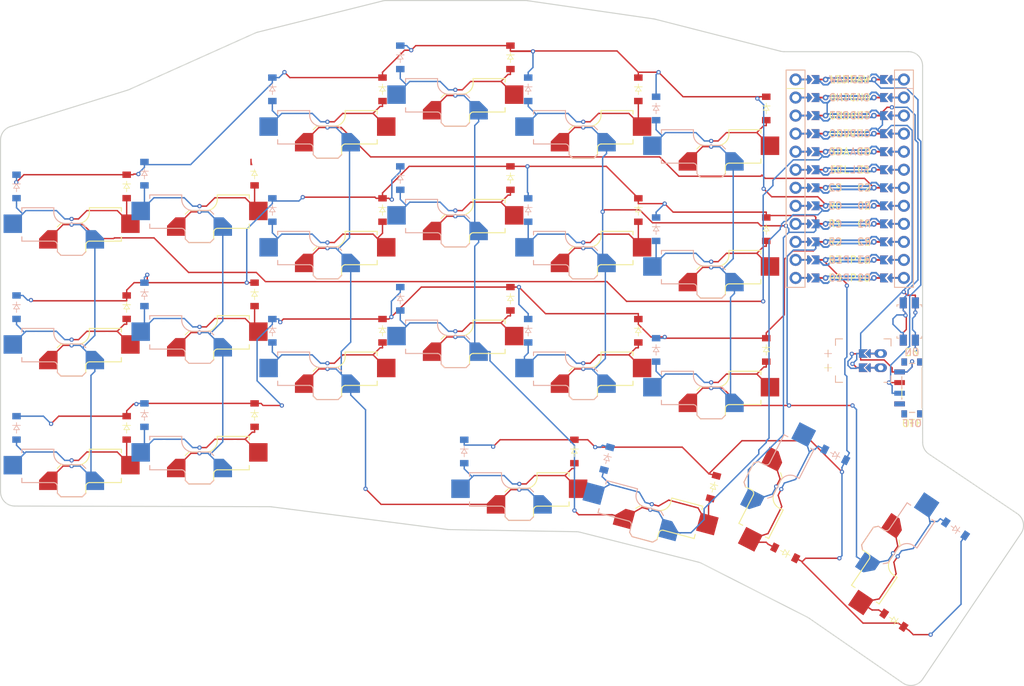
<source format=kicad_pcb>
(kicad_pcb (version 20241229) (generator "pcbnew") (generator_version "9.0")
  (title_block (title "scyboard") (date "2025-06-07") (rev "1") (company "Scybin"))
  (layers (0 "F.Cu" signal) (2 "B.Cu" signal) (13 "F.Paste" user) (15 "B.Paste" user) (5 "F.SilkS" user "F.Silkscreen") (7 "B.SilkS" user "B.Silkscreen") (1 "F.Mask" user) (3 "B.Mask" user) (25 "Edge.Cuts" user))
  (net 0 "")
  (net 1 "C0")
  (net 2 "outer_bottom_B")
  (net 3 "GND")
  (net 4 "outer_home_B")
  (net 5 "outer_top_B")
  (net 6 "C1")
  (net 7 "pinky_bottom_B")
  (net 8 "pinky_home_B")
  (net 9 "pinky_top_B")
  (net 10 "C2")
  (net 11 "ring_bottom_B")
  (net 12 "ring_home_B")
  (net 13 "ring_top_B")
  (net 14 "C3")
  (net 15 "middle_bottom_B")
  (net 16 "middle_home_B")
  (net 17 "middle_top_B")
  (net 18 "C4")
  (net 19 "index_bottom_B")
  (net 20 "index_home_B")
  (net 21 "index_top_B")
  (net 22 "C5")
  (net 23 "inner_bottom_B")
  (net 24 "inner_home_B")
  (net 25 "inner_top_B")
  (net 26 "tuck_cluster_B")
  (net 27 "layer_cluster_B")
  (net 28 "space_cluster_B")
  (net 29 "reach_cluster_B")
  (net 30 "R2")
  (net 31 "R1")
  (net 32 "R0")
  (net 33 "R3")
  (net 34 "RAW")
  (net 35 "RST")
  (net 36 "VCC")
  (net 37 "P16")
  (net 38 "P10")
  (net 39 "LED")
  (net 40 "DAT")
  (net 41 "SDA")
  (net 42 "SCL")
  (net 43 "CS")
  (net 44 "P9")
  (net 45 "MCU1_24")
  (net 46 "MCU1_1")
  (net 47 "MCU1_23")
  (net 48 "MCU1_2")
  (net 49 "MCU1_22")
  (net 50 "MCU1_3")
  (net 51 "MCU1_21")
  (net 52 "MCU1_4")
  (net 53 "MCU1_20")
  (net 54 "MCU1_5")
  (net 55 "MCU1_19")
  (net 56 "MCU1_6")
  (net 57 "MCU1_18")
  (net 58 "MCU1_7")
  (net 59 "MCU1_17")
  (net 60 "MCU1_8")
  (net 61 "MCU1_16")
  (net 62 "MCU1_9")
  (net 63 "MCU1_15")
  (net 64 "MCU1_10")
  (net 65 "MCU1_14")
  (net 66 "MCU1_11")
  (net 67 "MCU1_13")
  (net 68 "MCU1_12")
  (net 69 "BAT_P")
  (net 70 "JST1_1")
  (net 71 "JST1_2")
  (footprint "ceoloide:mounting_hole_npth" (layer "F.Cu") (at 131.5 63.52)
    (property "Reference" "MH4" (hide yes))
    (property "Value" "")
  )
  (footprint "ceoloide:diode_tht_sod123" (layer "F.Cu") (at 165.7098 125.5838 146)
    (property "Reference" "D44" (hide yes))
    (property "Value" "")
  )
  (footprint "ceoloide:diode_tht_sod123" (layer "F.Cu") (at 57.75 64.5 -90)
    (property "Reference" "D25" (hide yes))
    (property "Value" "")
  )
  (footprint "ceoloide:mounting_hole_npth" (layer "F.Cu") (at 58.5 91.5)
    (property "Reference" "MH2" (hide yes))
    (property "Value" "")
  )
  (footprint "ceoloide:diode_tht_sod123" (layer "F.Cu") (at 129.75 67.82 -90)
    (property "Reference" "D36" (hide yes))
    (property "Value" "")
  )
  (footprint "ceoloide:mounting_hole_npth" (layer "F.Cu") (at 163.65 108.52)
    (property "Reference" "MH5" (hide yes))
    (property "Value" "")
  )
  (footprint "ceoloide:mounting_hole_npth" (layer "F.Cu") (at 58.5 74.5)
    (property "Reference" "MH1" (hide yes))
    (property "Value" "")
  )
  (footprint "ceoloide:diode_tht_sod123" (layer "F.Cu") (at 129.75 84.82 -90)
    (property "Reference" "D35" (hide yes))
    (property "Value" "")
  )
  (footprint "ceoloide:diode_tht_sod123" (layer "F.Cu") (at 147.75 70.52 -90)
    (property "Reference" "D39" (hide yes))
    (property "Value" "")
  )
  (footprint "ceoloide:diode_tht_sod123" (layer "F.Cu") (at 93.75 50.82 -90)
    (property "Reference" "D31" (hide yes))
    (property "Value" "")
  )
  (footprint "ceoloide:diode_tht_sod123" (layer "F.Cu") (at 75.75 79.7 -90)
    (property "Reference" "D27" (hide yes))
    (property "Value" "")
  )
  (footprint "ceoloide:mounting_hole_npth" (layer "F.Cu") (at 108.5 92.57)
    (property "Reference" "MH6" (hide yes))
    (property "Value" "")
  )
  (footprint "ceoloide:diode_tht_sod123" (layer "F.Cu") (at 57.75 81.5 -90)
    (property "Reference" "D24" (hide yes))
    (property "Value" "")
  )
  (footprint "ceoloide:mounting_hole_npth" (layer "F.Cu") (at 77.5 60.82)
    (property "Reference" "MH3" (hide yes))
    (property "Value" "")
  )
  (footprint "ceoloide:diode_tht_sod123" (layer "F.Cu") (at 93.75 67.82 -90)
    (property "Reference" "D30" (hide yes))
    (property "Value" "")
  )
  (footprint "ceoloide:diode_tht_sod123" (layer "F.Cu") (at 111.75 80.32 -90)
    (property "Reference" "D32" (hide yes))
    (property "Value" "")
  )
  (footprint "ceoloide:battery_connector_jst_ph_2" (layer "F.Cu") (at 163.85 89.03 -90)
    (property "Reference" "JST1" (hide yes))
    (property "Value" "")
  )
  (footprint "ceoloide:power_switch_smd_side" (layer "F.Cu") (at 168.25 92.87)
    (property "Reference" "PWR1" (hide yes))
    (property "Value" "")
  )
  (footprint "ceoloide:diode_tht_sod123" (layer "F.Cu") (at 111.75 63.32 -90)
    (property "Reference" "D33" (hide yes))
    (property "Value" "")
  )
  (footprint "ceoloide:diode_tht_sod123" (layer "F.Cu") (at 120.75 101.82 -90)
    (property "Reference" "D41" (hide yes))
    (property "Value" "")
  )
  (footprint "ceoloide:diode_tht_sod123" (layer "F.Cu") (at 111.75 46.32 -90)
    (property "Reference" "D34" (hide yes))
    (property "Value" "")
  )
  (footprint "ceoloide:diode_tht_sod123" (layer "F.Cu") (at 147.75 53.52 -90)
    (property "Reference" "D40" (hide yes))
    (property "Value" "")
  )
  (footprint "ceoloide:diode_tht_sod123" (layer "F.Cu") (at 93.75 84.82 -90)
    (property "Reference" "D29" (hide yes))
    (property "Value" "")
  )
  (footprint "ceoloide:diode_tht_sod123" (layer "F.Cu") (at 129.75 50.82 -90)
    (property "Reference" "D37" (hide yes))
    (property "Value" "")
  )
  (footprint "ceoloide:diode_tht_sod123" (layer "F.Cu") (at 140.3142 106.837 -105)
    (property "Reference" "D42" (hide yes))
    (property "Value" "")
  )
  (footprint "ceoloide:mcu_nice_nano" (layer "F.Cu") (at 159.5 62.145)
    (property "Reference" "MCU1" (hide yes))
    (property "Value" "")
  )
  (footprint "ceoloide:reset_switch_smd_side" (layer "F.Cu") (at 167.884 83.52 -90)
    (property "Reference" "RST1" (hide yes))
    (property "Value" "")
  )
  (footprint "ceoloide:diode_tht_sod123" (layer "F.Cu") (at 147.75 87.52 -90)
    (property "Reference" "D38" (hide yes))
    (property "Value" "")
  )
  (footprint "ceoloide:diode_tht_sod123" (layer "F.Cu") (at 75.75 96.7 -90)
    (property "Reference" "D26" (hide yes))
    (property "Value" "")
  )
  (footprint "ceoloide:diode_tht_sod123" (layer "F.Cu") (at 57.75 98.5 -90)
    (property "Reference" "D23" (hide yes))
    (property "Value" "")
  )
  (footprint "ceoloide:diode_tht_sod123" (layer "F.Cu") (at 150.4181 116.1063 153)
    (property "Reference" "D43" (hide yes))
    (property "Value" "")
  )
  (footprint "ceoloide:diode_tht_sod123" (layer "F.Cu") (at 75.75 62.7 -90)
    (property "Reference" "D28" (hide yes))
    (property "Value" "")
  )
  (footprint "ceoloide:diode_tht_sod123" (layer "B.Cu") (at 132.25 87.52 -90)
    (property "Reference" "D16" (hide yes))
    (property "Value" "")
  )
  (footprint "ceoloide:diode_tht_sod123" (layer "B.Cu") (at 132.25 70.52 -90)
    (property "Reference" "D17" (hide yes))
    (property "Value" "")
  )
  (footprint "ceoloide:diode_tht_sod123" (layer "B.Cu") (at 114.25 84.82 -90)
    (property "Reference" "D13" (hide yes))
    (property "Value" "")
  )
  (footprint "ceoloide:diode_tht_sod123" (layer "B.Cu") (at 96.25 63.32 -90)
    (property "Reference" "D11" (hide yes))
    (property "Value" "")
  )
  (footprint "ceoloide:diode_tht_sod123" (layer "B.Cu") (at 114.25 50.82 -90)
    (property "Reference" "D15" (hide yes))
    (property "Value" "")
  )
  (footprint "ceoloide:diode_tht_sod123" (layer "B.Cu") (at 78.25 50.82 -90)
    (property "Reference" "D9" (hide yes))
    (property "Value" "")
  )
  (footprint "ceoloide:diode_tht_sod123" (layer "B.Cu") (at 60.25 96.7 -90)
    (property "Reference" "D4" (hide yes))
    (property "Value" "")
  )
  (footprint "ceoloide:diode_tht_sod123" (layer "B.Cu") (at 157.4549 102.2957 153)
    (property "Reference" "D21" (hide yes))
    (property "Value" "")
  )
  (footprint "ceoloide:diode_tht_sod123" (layer "B.Cu") (at 78.25 84.82 -90)
    (property "Reference" "D7" (hide yes))
    (property "Value" "")
  )
  (footprint "ceoloide:diode_tht_sod123" (layer "B.Cu") (at 96.25 46.32 -90)
    (property "Reference" "D12" (hide yes))
    (property "Value" "")
  )
  (footprint "ceoloide:switch_choc_v1_v2" (layer "B.Cu") (at 50 83 180)
    (property "Reference" "S2" (hide yes))
    (property "Value" "")
  )
  (footprint "ceoloide:switch_choc_v1_v2" (layer "B.Cu") (at 113 103.32 180)
    (property "Reference" "S19" (hide yes))
    (property "Value" "")
  )
  (footprint "ceoloide:switch_choc_v1_v2" (layer "B.Cu") (at 68 64.2 180)
    (property "Reference" "S6" (hide yes))
    (property "Value" "")
  )
  (footprint "ceoloide:switch_choc_v1_v2" (layer "B.Cu") (at 68 81.2 180)
    (property "Reference" "S5" (hide yes))
    (property "Value" "")
  )
  (footprint "ceoloide:switch_choc_v1_v2" (layer "B.Cu") (at 68 98.2 180)
    (property "Reference" "S4" (hide yes))
    (property "Value" "")
  )
  (footprint "ceoloide:diode_tht_sod123" (layer "B.Cu") (at 60.25 79.7 -90)
    (property "Reference" "D5" (hide yes))
    (property "Value" "")
  )
  (footprint "ceoloide:diode_tht_sod123" (layer "B.Cu") (at 114.25 67.82 -90)
    (property "Reference" "D14" (hide yes))
    (property "Value" "")
  )
  (footprint "ceoloide:diode_tht_sod123" (layer "B.Cu") (at 174.3773 112.7337 146)
    (property "Reference" "D22" (hide yes))
    (property "Value" "")
  )
  (footprint "ceoloide:switch_choc_v1_v2" (layer "B.Cu") (at 140 89.02 180)
    (property "Reference" "S16" (hide yes))
    (property "Value" "")
  )
  (footprint "ceoloide:diode_tht_sod123" (layer "B.Cu") (at 125.3423 102.8253 -105)
    (property "Reference" "D20" (hide yes))
    (property "Value" "")
  )
  (footprint "ceoloide:diode_tht_sod123" (layer "B.Cu") (at 132.25 53.52 -90)
    (property "Reference" "D18" (hide yes))
    (property "Value" "")
  )
  (footprint "ceoloide:switch_choc_v1_v2" (layer "B.Cu") (at 140 72.02 180)
    (property "Reference" "S17" (hide yes))
    (property "Value" "")
  )
  (footprint "ceoloide:switch_choc_v1_v2" (layer "B.Cu") (at 122 52.32 180)
    (property "Reference" "S15" (hide yes))
    (property "Value" "")
  )
  (footprint "ceoloide:diode_tht_sod123" (layer "B.Cu") (at 105.25 101.82 -90)
    (property "Reference" "D19" (hide yes))
    (property "Value" "")
  )
  (footprint "ceoloide:switch_choc_v1_v2" (layer "B.Cu") (at 122 86.32 180)
    (property "Reference" "S13" (hide yes))
    (property "Value" "")
  )
  (footprint "ceoloide:switch_choc_v1_v2" (layer "B.Cu") (at 140 55.02 180)
    (property "Reference" "S18" (hide yes))
    (property "Value" "")
  )
  (footprint "ceoloide:switch_choc_v1_v2" (layer "B.Cu") (at 168.8 118.32 56)
    (property "Reference" "S22" (hide yes))
    (property "Value" "")
  )
  (footprint "ceoloide:switch_choc_v1_v2" (layer "B.Cu") (at 86 69.32 180)
    (property "Reference" "S8" (hide yes))
    (property "Value" "")
  )
  (footprint "ceoloide:switch_choc_v1_v2" (layer "B.Cu") (at 104 64.82 180)
    (property "Reference" "S11" (hide yes))
    (property "Value" "")
  )
  (footprint "ceoloide:switch_choc_v1_v2" (layer "B.Cu") (at 86 86.32 180)
    (property "Reference" "S7" (hide yes))
    (property "Value" "")
  )
  (footprint "ceoloide:switch_choc_v1_v2" (layer "B.Cu") (at 50 66 180)
    (property "Reference" "S3" (hide yes))
    (property "Value" "")
  )
  (footprint "ceoloide:diode_tht_sod123" (layer "B.Cu") (at 60.25 62.7 -90)
    (property "Reference" "D6" (hide yes))
    (property "Value" "")
  )
  (footprint "ceoloide:diode_tht_sod123" (layer "B.Cu") (at 78.25 67.82 -90)
    (property "Reference" "D8" (hide yes))
    (property "Value" "")
  )
  (footprint "ceoloide:switch_choc_v1_v2" (layer "B.Cu") (at 104 47.82 180)
    (property "Reference" "S12" (hide yes))
    (property "Value" "")
  )
  (footprint "ceoloide:diode_tht_sod123" (layer "B.Cu") (at 42.25 81.5 -90)
    (property "Reference" "D2" (hide yes))
    (property "Value" "")
  )
  (footprint "ceoloide:switch_choc_v1_v2" (layer "B.Cu") (at 50 100 180)
    (property "Reference" "S1" (hide yes))
    (property "Value" "")
  )
  (footprint "ceoloide:diode_tht_sod123" (layer "B.Cu") (at 42.25 64.5 -90)
    (property "Reference" "D3" (hide yes))
    (property "Value" "")
  )
  (footprint "ceoloide:switch_choc_v1_v2" (layer "B.Cu") (at 86 52.32 180)
    (property "Reference" "S9" (hide yes))
    (property "Value" "")
  )
  (footprint "ceoloide:switch_choc_v1_v2" (layer "B.Cu") (at 152.6 108.52 63)
    (property "Reference" "S21" (hide yes))
    (property "Value" "")
  )
  (footprint "ceoloide:switch_choc_v1_v2" (layer "B.Cu") (at 122 69.32 180)
    (property "Reference" "S14" (hide yes))
    (property "Value" "")
  )
  (footprint "ceoloide:diode_tht_sod123" (layer "B.Cu") (at 42.25 98.5 -90)
    (property "Reference" "D1" (hide yes))
    (property "Value" "")
  )
  (footprint "ceoloide:switch_choc_v1_v2" (layer "B.Cu") (at 132.44 106.28 165)
    (property "Reference" "S20" (hide yes))
    (property "Value" "")
  )
  (footprint "ceoloide:switch_choc_v1_v2" (layer "B.Cu") (at 104 81.82 180)
    (property "Reference" "S10" (hide yes))
    (property "Value" "")
  )
  (footprint "ceoloide:diode_tht_sod123" (layer "B.Cu") (at 96.25 80.32 -90)
    (property "Reference" "D10" (hide yes))
    (property "Value" "")
  )
  (gr_line (start 169.750021 98.524586) (end 169.759264 100.543218) (stroke (width 0.15)) (layer "Edge.Cuts"))
  (gr_arc (start 58.109892 50.850671) (mid 57.998718 50.896612) (end 57.884982 50.935783) (stroke (width 0.15)) (layer "Edge.Cuts"))
  (gr_line (start 183.609849 113.352267) (end 169.755175 133.892666) (stroke (width 0.15)) (layer "Edge.Cuts"))
  (gr_line (start 40 107.505256) (end 40 57.972333) (stroke (width 0.15)) (layer "Edge.Cuts"))
  (gr_line (start 58.109892 50.850671) (end 75.838145 42.892655) (stroke (width 0.15)) (layer "Edge.Cuts"))
  (gr_line (start 94.246211 38.32) (end 113.856301 38.32) (stroke (width 0.15)) (layer "Edge.Cuts"))
  (gr_arc (start 138.226988 117.413845) (mid 138.44002 117.480609) (end 138.644282 117.570705) (stroke (width 0.15)) (layer "Edge.Cuts"))
  (gr_arc (start 170.640857 102.192135) (mid 169.995503 101.477045) (end 169.759264 100.543218) (stroke (width 0.15)) (layer "Edge.Cuts"))
  (gr_line (start 132.103522 40.946456) (end 149.756317 45.457726) (stroke (width 0.15)) (layer "Edge.Cuts"))
  (gr_line (start 169.75 98.515428) (end 169.75 47.52) (stroke (width 0.15)) (layer "Edge.Cuts"))
  (gr_line (start 138.226988 117.413845) (end 121.512918 113.183875) (stroke (width 0.15)) (layer "Edge.Cuts"))
  (gr_arc (start 41.994737 109.505249) (mid 40.583928 108.917607) (end 40 107.505256) (stroke (width 0.15)) (layer "Edge.Cuts"))
  (gr_arc (start 75.838145 42.892655) (mid 76.002571 42.827421) (end 76.172117 42.776971) (stroke (width 0.15)) (layer "Edge.Cuts"))
  (gr_arc (start 77.874372 109.59967) (mid 77.999742 109.603935) (end 78.124599 109.616048) (stroke (width 0.15)) (layer "Edge.Cuts"))
  (gr_arc (start 183.07016 110.575806) (mid 183.915052 111.852266) (end 183.609849 113.352267) (stroke (width 0.15)) (layer "Edge.Cuts"))
  (gr_arc (start 121.055793 113.123029) (mid 121.286114 113.140236) (end 121.512918 113.183875) (stroke (width 0.15)) (layer "Edge.Cuts"))
  (gr_line (start 41.405867 56.062619) (end 57.884982 50.935783) (stroke (width 0.15)) (layer "Edge.Cuts"))
  (gr_arc (start 113.856301 38.32) (mid 113.99963 38.325143) (end 114.142223 38.340543) (stroke (width 0.15)) (layer "Edge.Cuts"))
  (gr_line (start 166.959177 134.419008) (end 153.791008 125.30847) (stroke (width 0.15)) (layer "Edge.Cuts"))
  (gr_line (start 76.172117 42.776971) (end 93.76114 38.379715) (stroke (width 0.15)) (layer "Edge.Cuts"))
  (gr_line (start 170.640857 102.192136) (end 183.07016 110.575806) (stroke (width 0.15)) (layer "Edge.Cuts"))
  (gr_line (start 121.055793 113.123029) (end 103.111413 112.82187) (stroke (width 0.15)) (layer "Edge.Cuts"))
  (gr_line (start 77.874372 109.599669) (end 41.994737 109.505249) (stroke (width 0.15)) (layer "Edge.Cuts"))
  (gr_arc (start 103.111413 112.82187) (mid 103.000225 112.816906) (end 102.889485 112.805766) (stroke (width 0.15)) (layer "Edge.Cuts"))
  (gr_arc (start 150.251514 45.52) (mid 150.001965 45.504373) (end 149.756317 45.457726) (stroke (width 0.15)) (layer "Edge.Cuts"))
  (gr_arc (start 167.75 45.52) (mid 169.164214 46.105786) (end 169.75 47.52) (stroke (width 0.15)) (layer "Edge.Cuts"))
  (gr_line (start 102.889485 112.805766) (end 78.124599 109.616048) (stroke (width 0.15)) (layer "Edge.Cuts"))
  (gr_line (start 150.251514 45.52) (end 167.75 45.52) (stroke (width 0.15)) (layer "Edge.Cuts"))
  (gr_arc (start 131.894248 40.904725) (mid 131.999443 40.922795) (end 132.103523 40.946456) (stroke (width 0.15)) (layer "Edge.Cuts"))
  (gr_arc (start 40 57.972333) (mid 40.389356 56.786625) (end 41.405867 56.062619) (stroke (width 0.15)) (layer "Edge.Cuts"))
  (gr_arc (start 153.561066 125.171185) (mid 153.678337 125.235975) (end 153.791008 125.30847) (stroke (width 0.15)) (layer "Edge.Cuts"))
  (gr_arc (start 93.76114 38.379715) (mid 94.001845 38.334986) (end 94.246211 38.32) (stroke (width 0.15)) (layer "Edge.Cuts"))
  (gr_line (start 153.561066 125.171185) (end 138.644282 117.570704) (stroke (width 0.15)) (layer "Edge.Cuts"))
  (gr_arc (start 169.755175 133.892666) (mid 168.467098 134.739766) (end 166.959177 134.419008) (stroke (width 0.15)) (layer "Edge.Cuts"))
  (gr_line (start 114.142223 38.340543) (end 131.894247 40.904725) (stroke (width 0.15)) (layer "Edge.Cuts"))
  (gr_arc (start 169.750021 98.524586) (mid 169.750005 98.520007) (end 169.75 98.515428) (stroke (width 0.15)) (layer "Edge.Cuts"))
  (segment (start 46.725 88.95) (end 48.8 86.875) (width 0.2) (layer "F.Cu") (net 1))
  (segment (start 77.283 77.9029) (end 125.3172 77.9029) (width 0.2) (layer "F.Cu") (net 1))
  (segment (start 53.5891 71.8391) (end 55.9234 71.8391) (width 0.2) (layer "F.Cu") (net 1))
  (segment (start 46.725 105.95) (end 48.8 103.875) (width 0.2) (layer "F.Cu") (net 1))
  (segment (start 164.275 59.605) (end 162.9 59.605) (width 0.25) (layer "F.Cu") (net 1))
  (segment (start 125.3172 77.9029) (end 128.0935 80.6792) (width 0.2) (layer "F.Cu") (net 1))
  (segment (start 56.0208 71.7417) (end 61.5981 71.7417) (width 0.2) (layer "F.Cu") (net 1))
  (segment (start 61.5981 71.7417) (end 66.4645 76.6081) (width 0.2) (layer "F.Cu") (net 1))
  (segment (start 50 69.875) (end 51.625 69.875) (width 0.2) (layer "F.Cu") (net 1))
  (segment (start 66.4645 76.6081) (end 75.9882 76.6081) (width 0.2) (layer "F.Cu") (net 1))
  (segment (start 75.9882 76.6081) (end 77.283 77.9029) (width 0.2) (layer "F.Cu") (net 1))
  (segment (start 48.8 86.875) (end 50 86.875) (width 0.2) (layer "F.Cu") (net 1))
  (segment (start 55.9234 71.8391) (end 56.0208 71.7417) (width 0.2) (layer "F.Cu") (net 1))
  (segment (start 48.8 103.875) (end 50 103.875) (width 0.2) (layer "F.Cu") (net 1))
  (segment (start 51.625 69.875) (end 53.5891 71.8391) (width 0.2) (layer "F.Cu") (net 1))
  (segment (start 48.8 69.875) (end 50 69.875) (width 0.2) (layer "F.Cu") (net 1))
  (segment (start 128.0935 80.6792) (end 147.3175 80.6792) (width 0.2) (layer "F.Cu") (net 1))
  (segment (start 46.725 71.95) (end 48.8 69.875) (width 0.2) (layer "F.Cu") (net 1))
  (via (at 50 103.875) (size 0.6) (drill 0.3) (layers "F.Cu" "B.Cu") (net 1))
  (via (at 147.3175 80.6792) (size 0.6) (drill 0.3) (layers "F.Cu" "B.Cu") (net 1))
  (via (at 50 86.875) (size 0.6) (drill 0.3) (layers "F.Cu" "B.Cu") (net 1))
  (via (at 50 69.875) (size 0.6) (drill 0.3) (layers "F.Cu" "B.Cu") (net 1))
  (segment (start 53.275 71.95) (end 51.2 69.875) (width 0.2) (layer "B.Cu") (net 1))
  (segment (start 147.3175 80.6792) (end 147.3175 65.7475) (width 0.2) (layer "B.Cu") (net 1))
  (segment (start 147.3175 65.7475) (end 148.6913 64.3737) (width 0.2) (layer "B.Cu") (net 1))
  (segment (start 156.895 59.835) (end 162.67 59.835) (width 0.25) (layer "B.Cu") (net 1))
  (segment (start 162.9 59.605) (end 162.67 59.835) (width 0.2) (layer "B.Cu") (net 1))
  (segment (start 155.6875 60.2175) (end 155.8 60.33) (width 0.25) (layer "B.Cu") (net 1))
  (segment (start 52.7272 105.4022) (end 52.7272 91.0995) (width 0.2) (layer "B.Cu") (net 1))
  (segment (start 52.7272 91.0995) (end 53.275 90.5517) (width 0.2) (layer "B.Cu") (net 1))
  (segment (start 53.275 88.95) (end 51.6375 87.3125) (width 0.2) (layer "B.Cu") (net 1))
  (segment (start 51.2 103.875) (end 50 103.875) (width 0.2) (layer "B.Cu") (net 1))
  (segment (start 155.8 60.33) (end 156.4 60.33) (width 0.25) (layer "B.Cu") (net 1))
  (segment (start 151.557 60.7567) (end 155.1483 60.7567) (width 0.2) (layer "B.Cu") (net 1))
  (segment (start 53.275 85.4747) (end 51.6375 87.1122) (width 0.2) (layer "B.Cu") (net 1))
  (segment (start 156.4 60.33) (end 156.895 59.835) (width 0.25) (layer "B.Cu") (net 1))
  (segment (start 53.275 88.95) (end 53.275 90.5517) (width 0.2) (layer "B.Cu") (net 1))
  (segment (start 51.2 86.875) (end 50 86.875) (width 0.2) (layer "B.Cu") (net 1))
  (segment (start 51.6375 87.1122) (end 51.6375 87.3125) (width 0.2) (layer "B.Cu") (net 1))
  (segment (start 52.7272 105.4022) (end 51.2 103.875) (width 0.2) (layer "B.Cu") (net 1))
  (segment (start 155.075 59.605) (end 155.6875 60.2175) (width 0.25) (layer "B.Cu") (net 1))
  (segment (start 148.6913 64.3737) (end 148.6913 63.6224) (width 0.2) (layer "B.Cu") (net 1))
  (segment (start 51.2 69.875) (end 50 69.875) (width 0.2) (layer "B.Cu") (net 1))
  (segment (start 155.1483 60.7567) (end 155.6875 60.2175) (width 0.2) (layer "B.Cu") (net 1))
  (segment (start 53.275 71.95) (end 53.275 85.4747) (width 0.2) (layer "B.Cu") (net 1))
  (segment (start 51.6375 87.3125) (end 51.2 86.875) (width 0.2) (layer "B.Cu") (net 1))
  (segment (start 154.725 59.605) (end 155.075 59.605) (width 0.25) (layer "B.Cu") (net 1))
  (segment (start 53.275 105.95) (end 52.7272 105.4022) (width 0.2) (layer "B.Cu") (net 1))
  (segment (start 148.6913 63.6224) (end 151.557 60.7567) (width 0.2) (layer "B.Cu") (net 1))
  (segment (start 58.275 103.75) (end 57.5375 103.0125) (width 0.2) (layer "F.Cu") (net 2))
  (segment (start 57.75 102.8) (end 57.75 100.15) (width 0.2) (layer "F.Cu") (net 2))
  (segment (start 57.5375 103.0125) (end 57.75 102.8) (width 0.2) (layer "F.Cu") (net 2))
  (segment (start 52.154 101.896) (end 50.975 103.075) (width 0.2) (layer "F.Cu") (net 2))
  (segment (start 57.5375 103.0125) (end 56.421 101.896) (width 0.2) (layer "F.Cu") (net 2))
  (segment (start 56.421 101.896) (end 52.154 101.896) (width 0.2) (layer "F.Cu") (net 2))
  (segment (start 50.975 103.075) (end 50 103.075) (width 0.2) (layer "F.Cu") (net 2))
  (via (at 50 103.075) (size 0.6) (drill 0.3) (layers "F.Cu" "B.Cu") (net 2))
  (segment (start 47.8598 101.896) (end 49.0388 103.075) (width 0.2) (layer "B.Cu") (net 2))
  (segment (start 43.3895 102.0855) (end 43.579 101.896) (width 0.2) (layer "B.Cu") (net 2))
  (segment (start 42.25 100.946) (end 42.25 100.15) (width 0.2) (layer "B.Cu") (net 2))
  (segment (start 43.579 101.896) (end 47.8598 101.896) (width 0.2) (layer "B.Cu") (net 2))
  (segment (start 43.3895 102.0855) (end 42.25 100.946) (width 0.2) (layer "B.Cu") (net 2))
  (segment (start 41.725 103.75) (end 43.3895 102.0855) (width 0.2) (layer "B.Cu") (net 2))
  (segment (start 49.0388 103.075) (end 50 103.075) (width 0.2) (layer "B.Cu") (net 2))
  (segment (start 168.7178 87.4665) (end 168.7178 87.2379) (width 0.2) (layer "F.Cu") (net 3))
  (segment (start 168.734 80.895) (end 168.734 79.8183) (width 0.2) (layer "F.Cu") (net 3))
  (segment (start 167.5664 79.8183) (end 167.1047 79.3566) (width 0.2) (layer "F.Cu") (net 3))
  (segment (start 161.034 90.03) (end 160.4823 90.03) (width 0.2) (layer "F.Cu") (net 3))
  (segment (start 168.7178 87.2379) (end 168.734 87.2217) (width 0.2) (layer "F.Cu") (net 3))
  (segment (start 159.932 89.4797) (end 160.4823 90.03) (width 0.2) (layer "F.Cu") (net 3))
  (segment (start 154.725 57.065) (end 156.1 57.065) (width 0.25) (layer "F.Cu") (net 3))
  (segment (start 159.8838 89.4797) (end 159.932 89.4797) (width 0.2) (layer "F.Cu") (net 3))
  (segment (start 168.734 79.8183) (end 167.5664 79.8183) (width 0.2) (layer "F.Cu") (net 3))
  (segment (start 168.734 80.895) (end 168.734 81.9717) (width 0.2) (layer "F.Cu") (net 3))
  (segment (start 168.734 82.2626) (end 168.734 81.9717) (width 0.2) (layer "F.Cu") (net 3))
  (segment (start 164.275 51.985) (end 162.9 51.985) (width 0.25) (layer "F.Cu") (net 3))
  (segment (start 168.734 86.145) (end 168.734 87.2217) (width 0.2) (layer "F.Cu") (net 3))
  (segment (start 154.725 54.525) (end 156.1 54.525) (width 0.25) (layer "F.Cu") (net 3))
  (via (at 168.734 82.2626) (size 0.6) (drill 0.3) (layers "F.Cu" "B.Cu") (net 3))
  (via (at 168.7178 87.4665) (size 0.6) (drill 0.3) (layers "F.Cu" "B.Cu") (net 3))
  (via (at 167.1047 79.3566) (size 0.6) (drill 0.3) (layers "F.Cu" "B.Cu") (net 3))
  (via (at 159.8838 89.4797) (size 0.6) (drill 0.3) (layers "F.Cu" "B.Cu") (net 3))
  (segment (start 168.2922 56.6084) (end 167.5971 55.9133) (width 0.2) (layer "B.Cu") (net 3))
  (segment (start 168.3323 83.0894) (end 168.734 82.6877) (width 0.2) (layer "B.Cu") (net 3))
  (segment (start 164.4338 56.8295) (end 164.4338 56.8296) (width 0.2) (layer "B.Cu") (net 3))
  (segment (start 155.075 51.985) (end 155.8 52.71) (width 0.25) (layer "B.Cu") (net 3))
  (segment (start 168.734 85.7075) (end 168.7178 85.7237) (width 0.2) (layer "B.Cu") (net 3))
  (segment (start 166.9793 79.2094) (end 168.2922 77.8965) (width 0.2) (layer "B.Cu") (net 3))
  (segment (start 155.8 52.71) (end 156.4 52.71) (width 0.25) (layer "B.Cu") (net 3))
  (segment (start 163.6896 56.8296) (end 163.4 56.54) (width 0.25) (layer "B.Cu") (net 3))
  (segment (start 168.734 86.145) (end 168.734 85.7075) (width 0.2) (layer "B.Cu") (net 3))
  (segment (start 156.32 54.305) (end 156.32 52.79) (width 0.2) (layer "B.Cu") (net 3))
  (segment (start 168.2922 77.8965) (end 168.2922 56.6084) (width 0.2) (layer "B.Cu") (net 3))
  (segment (start 164.1 55.84) (end 163.4 56.54) (width 0.2) (layer "B.Cu") (net 3))
  (segment (start 167.1047 79.3566) (end 166.9793 79.2312) (width 0.2) (layer "B.Cu") (net 3))
  (segment (start 167.5971 55.9133) (end 165.35 55.9133) (width 0.2) (layer "B.Cu") (net 3))
  (segment (start 168.734 85.7075) (end 168.734 85.0683) (width 0.2) (layer "B.Cu") (net 3))
  (segment (start 162.3689 52.215) (end 162.5989 51.985) (width 0.2) (layer "B.Cu") (net 3))
  (segment (start 161.034 85.1765) (end 166.9793 79.2312) (width 0.2) (layer "B.Cu") (net 3))
  (segment (start 168.3323 84.6666) (end 168.3323 83.0894) (width 0.2) (layer "B.Cu") (net 3))
  (segment (start 168.734 82.6877) (end 168.734 82.2626) (width 0.2) (layer "B.Cu") (net 3))
  (segment (start 164.1 54.525) (end 164.1 55.84) (width 0.2) (layer "B.Cu") (net 3))
  (segment (start 164.4338 56.8296) (end 163.6896 56.8296) (width 0.2) (layer "B.Cu") (net 3))
  (segment (start 164.275 54.525) (end 164.1 54.525) (width 0.25) (layer "B.Cu") (net 3))
  (segment (start 163.2 56.34) (end 162.6 56.34) (width 0.25) (layer "B.Cu") (net 3))
  (segment (start 156.1 54.525) (end 156.32 54.305) (width 0.2) (layer "B.Cu") (net 3))
  (segment (start 162.5989 51.985) (end 162.9 51.985) (width 0.2) (layer "B.Cu") (net 3))
  (segment (start 164.1 54.525) (end 163.925 54.525) (width 0.25) (layer "B.Cu") (net 3))
  (segment (start 163.4 56.54) (end 163.2 56.34) (width 0.25) (layer "B.Cu") (net 3))
  (segment (start 163.925 57.065) (end 163.6896 56.8296) (width 0.25) (layer "B.Cu") (net 3))
  (segment (start 168.734 85.0683) (end 168.3323 84.6666) (width 0.2) (layer "B.Cu") (net 3))
  (segment (start 168.7178 85.7237) (end 168.7178 87.4665) (width 0.2) (layer "B.Cu") (net 3))
  (segment (start 168.734 80.895) (end 168.734 81.9717) (width 0.2) (layer "B.Cu") (net 3))
  (segment (start 165.35 55.9133) (end 164.4338 56.8295) (width 0.2) (layer "B.Cu") (net 3))
  (segment (start 154.725 51.985) (end 155.075 51.985) (width 0.25) (layer "B.Cu") (net 3))
  (segment (start 156.895 52.215) (end 162.3689 52.215) (width 0.25) (layer "B.Cu") (net 3))
  (segment (start 160.4823 88.8812) (end 159.8838 89.4797) (width 0.2) (layer "B.Cu") (net 3))
  (segment (start 166.9793 79.2312) (end 166.9793 79.2094) (width 0.2) (layer "B.Cu") (net 3))
  (segment (start 164.275 57.065) (end 163.925 57.065) (width 0.25) (layer "B.Cu") (net 3))
  (segment (start 160.4823 88.03) (end 160.4823 88.8812) (width 0.2) (layer "B.Cu") (net 3))
  (segment (start 163.925 54.525) (end 163.2 53.8) (width 0.25) (layer "B.Cu") (net 3))
  (segment (start 162.095 56.845) (end 156.32 56.845) (width 0.25) (layer "B.Cu") (net 3))
  (segment (start 162.3689 52.215) (end 162.67 52.215) (width 0.25) (layer "B.Cu") (net 3))
  (segment (start 156.4 52.71) (end 156.895 52.215) (width 0.25) (layer "B.Cu") (net 3))
  (segment (start 168.734 82.2626) (end 168.734 81.9717) (width 0.2) (layer "B.Cu") (net 3))
  (segment (start 162.6 53.8) (end 162.095 54.305) (width 0.25) (layer "B.Cu") (net 3))
  (segment (start 161.034 88.03) (end 160.4823 88.03) (width 0.2) (layer "B.Cu") (net 3))
  (segment (start 156.1 57.065) (end 156.32 56.845) (width 0.2) (layer "B.Cu") (net 3))
  (segment (start 163.2 53.8) (end 162.6 53.8) (width 0.25) (layer "B.Cu") (net 3))
  (segment (start 162.6 56.34) (end 162.095 56.845) (width 0.25) (layer "B.Cu") (net 3))
  (segment (start 161.034 88.03) (end 161.034 85.1765) (width 0.2) (layer "B.Cu") (net 3))
  (segment (start 162.095 54.305) (end 156.32 54.305) (width 0.25) (layer "B.Cu") (net 3))
  (segment (start 156.32 52.79) (end 156.4 52.71) (width 0.2) (layer "B.Cu") (net 3))
  (segment (start 52.154 84.896) (end 50.975 86.075) (width 0.2) (layer "F.Cu") (net 4))
  (segment (start 50.975 86.075) (end 50 86.075) (width 0.2) (layer "F.Cu") (net 4))
  (segment (start 57.75 83.9017) (end 57.4153 83.9017) (width 0.2) (layer "F.Cu") (net 4))
  (segment (start 57.4153 83.9017) (end 56.421 84.896) (width 0.2) (layer "F.Cu") (net 4))
  (segment (start 57.75 83.15) (end 57.75 83.9017) (width 0.2) (layer "F.Cu") (net 4))
  (segment (start 58.275 86.75) (end 56.421 84.896) (width 0.2) (layer "F.Cu") (net 4))
  (segment (start 56.421 84.896) (end 52.154 84.896) (width 0.2) (layer "F.Cu") (net 4))
  (via (at 50 86.075) (size 0.6) (drill 0.3) (layers "F.Cu" "B.Cu") (net 4))
  (segment (start 43.579 84.896) (end 47.8598 84.896) (width 0.2) (layer "B.Cu") (net 4))
  (segment (start 43.3895 85.0855) (end 42.25 83.946) (width 0.2) (layer "B.Cu") (net 4))
  (segment (start 41.725 86.75) (end 43.3895 85.0855) (width 0.2) (layer "B.Cu") (net 4))
  (segment (start 47.8598 84.896) (end 49.0388 86.075) (width 0.2) (layer "B.Cu") (net 4))
  (segment (start 42.25 83.946) (end 42.25 83.15) (width 0.2) (layer "B.Cu") (net 4))
  (segment (start 49.0388 86.075) (end 50 86.075) (width 0.2) (layer "B.Cu") (net 4))
  (segment (start 43.3895 85.0855) (end 43.579 84.896) (width 0.2) (layer "B.Cu") (net 4))
  (segment (start 57.5375 69.0125) (end 57.75 68.8) (width 0.2) (layer "F.Cu") (net 5))
  (segment (start 58.275 69.75) (end 57.5375 69.0125) (width 0.2) (layer "F.Cu") (net 5))
  (segment (start 52.154 67.896) (end 50.975 69.075) (width 0.2) (layer "F.Cu") (net 5))
  (segment (start 57.75 68.8) (end 57.75 66.15) (width 0.2) (layer "F.Cu") (net 5))
  (segment (start 50.975 69.075) (end 50 69.075) (width 0.2) (layer "F.Cu") (net 5))
  (segment (start 57.5375 69.0125) (end 56.421 67.896) (width 0.2) (layer "F.Cu") (net 5))
  (segment (start 56.421 67.896) (end 52.154 67.896) (width 0.2) (layer "F.Cu") (net 5))
  (via (at 50 69.075) (size 0.6) (drill 0.3) (layers "F.Cu" "B.Cu") (net 5))
  (segment (start 41.725 69.75) (end 43.1124 68.3626) (width 0.2) (layer "B.Cu") (net 5))
  (segment (start 42.25 67.5002) (end 43.1124 68.3626) (width 0.2) (layer "B.Cu") (net 5))
  (segment (start 47.8598 67.896) (end 49.0388 69.075) (width 0.2) (layer "B.Cu") (net 5))
  (segment (start 43.579 67.896) (end 47.8598 67.896) (width 0.2) (layer "B.Cu") (net 5))
  (segment (start 49.0388 69.075) (end 50 69.075) (width 0.2) (layer "B.Cu") (net 5))
  (segment (start 42.25 66.15) (end 42.25 67.5002) (width 0.2) (layer "B.Cu") (net 5))
  (segment (start 43.1124 68.3626) (end 43.579 67.896) (width 0.2) (layer "B.Cu") (net 5))
  (segment (start 66.8 85.075) (end 68 85.075) (width 0.2) (layer "F.Cu") (net 6))
  (segment (start 64.725 87.15) (end 66.8 85.075) (width 0.2) (layer "F.Cu") (net 6))
  (segment (start 66.8 102.075) (end 68 102.075) (width 0.2) (layer "F.Cu") (net 6))
  (segment (start 64.725 104.15) (end 66.8 102.075) (width 0.2) (layer "F.Cu") (net 6))
  (segment (start 64.725 70.15) (end 66.8 68.075) (width 0.2) (layer "F.Cu") (net 6))
  (segment (start 164.275 62.145) (end 162.9 62.145) (width 0.25) (layer "F.Cu") (net 6))
  (segment (start 66.8 68.075) (end 68 68.075) (width 0.2) (layer "F.Cu") (net 6))
  (via (at 68 68.075) (size 0.6) (drill 0.3) (layers "F.Cu" "B.Cu") (net 6))
  (via (at 68 102.075) (size 0.6) (drill 0.3) (layers "F.Cu" "B.Cu") (net 6))
  (via (at 68 85.075) (size 0.6) (drill 0.3) (layers "F.Cu" "B.Cu") (net 6))
  (segment (start 156.895 62.375) (end 162.67 62.375) (width 0.25) (layer "B.Cu") (net 6))
  (segment (start 69.425 102.3) (end 69.2 102.075) (width 0.2) (layer "B.Cu") (net 6))
  (segment (start 69.2 102.075) (end 68 102.075) (width 0.2) (layer "B.Cu") (net 6))
  (segment (start 155.075 62.145) (end 155.8 62.87) (width 0.25) (layer "B.Cu") (net 6))
  (segment (start 71.275 83.4501) (end 71.2749 83.4501) (width 0.2) (layer "B.Cu") (net 6))
  (segment (start 69.425 85.3) (end 69.2 85.075) (width 0.2) (layer "B.Cu") (net 6))
  (segment (start 71.275 70.15) (end 69.2 68.075) (width 0.2) (layer "B.Cu") (net 6))
  (segment (start 71.275 104.15) (end 69.425 102.3) (width 0.2) (layer "B.Cu") (net 6))
  (segment (start 69.2 68.075) (end 68 68.075) (width 0.2) (layer "B.Cu") (net 6))
  (segment (start 71.275 70.15) (end 71.275 83.4501) (width 0.2) (layer "B.Cu") (net 6))
  (segment (start 71.275 87.15) (end 69.425 85.3) (width 0.2) (layer "B.Cu") (net 6))
  (segment (start 71.275 100.45) (end 69.425 102.3) (width 0.2) (layer "B.Cu") (net 6))
  (segment (start 162.67 62.375) (end 162.9 62.145) (width 0.2) (layer "B.Cu") (net 6))
  (segment (start 69.2 85.075) (end 68 85.075) (width 0.2) (layer "B.Cu") (net 6))
  (segment (start 155.8 62.87) (end 156.4 62.87) (width 0.25) (layer "B.Cu") (net 6))
  (segment (start 156.4 62.87) (end 156.895 62.375) (width 0.25) (layer "B.Cu") (net 6))
  (segment (start 71.275 87.15) (end 71.275 100.45) (width 0.2) (layer "B.Cu") (net 6))
  (segment (start 71.2749 83.4501) (end 69.425 85.3) (width 0.2) (layer "B.Cu") (net 6))
  (segment (start 154.725 62.145) (end 155.075 62.145) (width 0.25) (layer "B.Cu") (net 6))
  (segment (start 70.154 100.096) (end 68.975 101.275) (width 0.2) (layer "F.Cu") (net 7))
  (segment (start 74.421 100.096) (end 70.154 100.096) (width 0.2) (layer "F.Cu") (net 7))
  (segment (start 75.75 98.35) (end 75.75 99.1017) (width 0.2) (layer "F.Cu") (net 7))
  (segment (start 75.75 99.1017) (end 75.4153 99.1017) (width 0.2) (layer "F.Cu") (net 7))
  (segment (start 75.4153 99.1017) (end 74.421 100.096) (width 0.2) (layer "F.Cu") (net 7))
  (segment (start 76.275 101.95) (end 74.421 100.096) (width 0.2) (layer "F.Cu") (net 7))
  (segment (start 68.975 101.275) (end 68 101.275) (width 0.2) (layer "F.Cu") (net 7))
  (via (at 68 101.275) (size 0.6) (drill 0.3) (layers "F.Cu" "B.Cu") (net 7))
  (segment (start 60.1081 101.5669) (end 61.579 100.096) (width 0.2) (layer "B.Cu") (net 7))
  (segment (start 60.1081 101.5669) (end 60.25 101.425) (width 0.2) (layer "B.Cu") (net 7))
  (segment (start 67.0388 101.275) (end 68 101.275) (width 0.2) (layer "B.Cu") (net 7))
  (segment (start 65.8598 100.096) (end 67.0388 101.275) (width 0.2) (layer "B.Cu") (net 7))
  (segment (start 59.725 101.95) (end 60.1081 101.5669) (width 0.2) (layer "B.Cu") (net 7))
  (segment (start 61.579 100.096) (end 65.8598 100.096) (width 0.2) (layer "B.Cu") (net 7))
  (segment (start 60.25 101.425) (end 60.25 98.35) (width 0.2) (layer "B.Cu") (net 7))
  (segment (start 74.421 83.096) (end 70.154 83.096) (width 0.2) (layer "F.Cu") (net 8))
  (segment (start 75.5375 84.2125) (end 75.75 84) (width 0.2) (layer "F.Cu") (net 8))
  (segment (start 70.154 83.096) (end 68.975 84.275) (width 0.2) (layer "F.Cu") (net 8))
  (segment (start 75.5375 84.2125) (end 74.421 83.096) (width 0.2) (layer "F.Cu") (net 8))
  (segment (start 75.75 84) (end 75.75 81.35) (width 0.2) (layer "F.Cu") (net 8))
  (segment (start 76.275 84.95) (end 75.5375 84.2125) (width 0.2) (layer "F.Cu") (net 8))
  (segment (start 68.975 84.275) (end 68 84.275) (width 0.2) (layer "F.Cu") (net 8))
  (via (at 68 84.275) (size 0.6) (drill 0.3) (layers "F.Cu" "B.Cu") (net 8))
  (segment (start 60.25 84.425) (end 60.25 81.35) (width 0.2) (layer "B.Cu") (net 8))
  (segment (start 60.1081 84.5669) (end 60.25 84.425) (width 0.2) (layer "B.Cu") (net 8))
  (segment (start 65.8598 83.096) (end 67.0388 84.275) (width 0.2) (layer "B.Cu") (net 8))
  (segment (start 60.1081 84.5669) (end 61.579 83.096) (width 0.2) (layer "B.Cu") (net 8))
  (segment (start 67.0388 84.275) (end 68 84.275) (width 0.2) (layer "B.Cu") (net 8))
  (segment (start 59.725 84.95) (end 60.1081 84.5669) (width 0.2) (layer "B.Cu") (net 8))
  (segment (start 61.579 83.096) (end 65.8598 83.096) (width 0.2) (layer "B.Cu") (net 8))
  (segment (start 70.154 66.096) (end 68.975 67.275) (width 0.2) (layer "F.Cu") (net 9))
  (segment (start 74.421 66.096) (end 70.154 66.096) (width 0.2) (layer "F.Cu") (net 9))
  (segment (start 75.5375 67.2125) (end 74.421 66.096) (width 0.2) (layer "F.Cu") (net 9))
  (segment (start 75.5375 67.2125) (end 75.75 67) (width 0.2) (layer "F.Cu") (net 9))
  (segment (start 76.275 67.95) (end 75.5375 67.2125) (width 0.2) (layer "F.Cu") (net 9))
  (segment (start 68.975 67.275) (end 68 67.275) (width 0.2) (layer "F.Cu") (net 9))
  (segment (start 75.75 67) (end 75.75 64.35) (width 0.2) (layer "F.Cu") (net 9))
  (via (at 68 67.275) (size 0.6) (drill 0.3) (layers "F.Cu" "B.Cu") (net 9))
  (segment (start 60.25 67.425) (end 60.25 64.35) (width 0.2) (layer "B.Cu") (net 9))
  (segment (start 65.8598 66.096) (end 67.0388 67.275) (width 0.2) (layer "B.Cu") (net 9))
  (segment (start 61.579 66.096) (end 65.8598 66.096) (width 0.2) (layer "B.Cu") (net 9))
  (segment (start 59.725 67.95) (end 60.1081 67.5669) (width 0.2) (layer "B.Cu") (net 9))
  (segment (start 67.0388 67.275) (end 68 67.275) (width 0.2) (layer "B.Cu") (net 9))
  (segment (start 60.1081 67.5669) (end 60.25 67.425) (width 0.2) (layer "B.Cu") (net 9))
  (segment (start 60.1081 67.5669) (end 61.579 66.096) (width 0.2) (layer "B.Cu") (net 9))
  (segment (start 147.6053 63.3608) (end 147.1481 62.9036) (width 0.2) (layer "F.Cu") (net 10))
  (segment (start 132.7343 60.3396) (end 92.078 60.3396) (width 0.2) (layer "F.Cu") (net 10))
  (segment (start 147.1481 62.9036) (end 146.9924 63.0593) (width 0.2) (layer "F.Cu") (net 10))
  (segment (start 109.725 109.27) (end 93.5518 109.27) (width 0.2) (layer "F.Cu") (net 10))
  (segment (start 84.8 90.195) (end 86 90.195) (width 0.2) (layer "F.Cu") (net 10))
  (segment (start 82.725 58.27) (end 84.8 56.195) (width 0.2) (layer "F.Cu") (net 10))
  (segment (start 82.725 92.27) (end 84.8 90.195) (width 0.2) (layer "F.Cu") (net 10))
  (segment (start 84.8 73.195) (end 86 73.195) (width 0.2) (layer "F.Cu") (net 10))
  (segment (start 164.275 64.685) (end 162.9 64.685) (width 0.25) (layer "F.Cu") (net 10))
  (segment (start 147.1481 62.9036) (end 146.9924 63.0593) (width 0.2) (layer "F.Cu") (net 10))
  (segment (start 162.9 64.685) (end 161.5758 63.3608) (width 0.2) (layer "F.Cu") (net 10))
  (segment (start 87.9334 56.195) (end 86 56.195) (width 0.2) (layer "F.Cu") (net 10))
  (segment (start 93.5518 109.27) (end 91.3625 107.0807) (width 0.2) (layer "F.Cu") (net 10))
  (segment (start 92.078 60.3396) (end 87.9334 56.195) (width 0.2) (layer "F.Cu") (net 10))
  (segment (start 161.5758 63.3608) (end 147.6053 63.3608) (width 0.2) (layer "F.Cu") (net 10))
  (segment (start 135.454 63.0593) (end 132.7343 60.3396) (width 0.2) (layer "F.Cu") (net 10))
  (segment (start 146.9924 63.0593) (end 135.454 63.0593) (width 0.2) (layer "F.Cu") (net 10))
  (segment (start 82.725 75.27) (end 84.8 73.195) (width 0.2) (layer "F.Cu") (net 10))
  (segment (start 111.8 107.195) (end 113 107.195) (width 0.2) (layer "F.Cu") (net 10))
  (segment (start 109.725 109.27) (end 111.8 107.195) (width 0.2) (layer "F.Cu") (net 10))
  (segment (start 84.8 56.195) (end 86 56.195) (width 0.2) (layer "F.Cu") (net 10))
  (via (at 86 90.195) (size 0.6) (drill 0.3) (layers "F.Cu" "B.Cu") (net 10))
  (via (at 113 107.195) (size 0.6) (drill 0.3) (layers "F.Cu" "B.Cu") (net 10))
  (via (at 86 56.195) (size 0.6) (drill 0.3) (layers "F.Cu" "B.Cu") (net 10))
  (via (at 86 73.195) (size 0.6) (drill 0.3) (layers "F.Cu" "B.Cu") (net 10))
  (via (at 91.3625 107.0807) (size 0.6) (drill 0.3) (layers "F.Cu" "B.Cu") (net 10))
  (segment (start 116.275 109.27) (end 114.2 107.195) (width 0.2) (layer "B.Cu") (net 10))
  (segment (start 155.075 64.685) (end 155.8 65.41) (width 0.25) (layer "B.Cu") (net 10))
  (segment (start 87.2 90.195) (end 86 90.195) (width 0.2) (layer "B.Cu") (net 10))
  (segment (start 89.275 75.27) (end 87.425 73.42) (width 0.2) (layer "B.Cu") (net 10))
  (segment (start 89.1103 58.1053) (end 89.1103 71.7347) (width 0.2) (layer "B.Cu") (net 10))
  (segment (start 89.275 92.27) (end 89.275 93.8717) (width 0.2) (layer "B.Cu") (net 10))
  (segment (start 114.2 107.195) (end 113 107.195) (width 0.2) (layer "B.Cu") (net 10))
  (segment (start 155.8 65.41) (end 156.4 65.41) (width 0.25) (layer "B.Cu") (net 10))
  (segment (start 87.9509 90.9459) (end 87.9509 87.7476) (width 0.2) (layer "B.Cu") (net 10))
  (segment (start 87.2 56.195) (end 86 56.195) (width 0.2) (layer "B.Cu") (net 10))
  (segment (start 87.425 73.42) (end 87.2 73.195) (width 0.2) (layer "B.Cu") (net 10))
  (segment (start 89.275 58.27) (end 89.1103 58.1053) (width 0.2) (layer "B.Cu") (net 10))
  (segment (start 156.895 64.915) (end 162.67 64.915) (width 0.25) (layer "B.Cu") (net 10))
  (segment (start 87.9509 90.9459) (end 87.2 90.195) (width 0.2) (layer "B.Cu") (net 10))
  (segment (start 91.3625 107.0807) (end 91.3625 95.9592) (width 0.2) (layer "B.Cu") (net 10))
  (segment (start 89.1103 58.1053) (end 87.2 56.195) (width 0.2) (layer "B.Cu") (net 10))
  (segment (start 156.4 65.41) (end 156.895 64.915) (width 0.25) (layer "B.Cu") (net 10))
  (segment (start 87.2 73.195) (end 86 73.195) (width 0.2) (layer "B.Cu") (net 10))
  (segment (start 87.9509 87.7476) (end 89.275 86.4235) (width 0.2) (layer "B.Cu") (net 10))
  (segment (start 89.275 86.4235) (end 89.275 75.27) (width 0.2) (layer "B.Cu") (net 10))
  (segment (start 89.275 92.27) (end 87.9509 90.9459) (width 0.2) (layer "B.Cu") (net 10))
  (segment (start 91.3625 95.9592) (end 89.275 93.8717) (width 0.2) (layer "B.Cu") (net 10))
  (segment (start 154.725 64.685) (end 155.075 64.685) (width 0.25) (layer "B.Cu") (net 10))
  (segment (start 162.67 64.915) (end 162.9 64.685) (width 0.2) (layer "B.Cu") (net 10))
  (segment (start 89.1103 71.7347) (end 87.425 73.42) (width 0.2) (layer "B.Cu") (net 10))
  (segment (start 88.154 88.216) (end 86.975 89.395) (width 0.2) (layer "F.Cu") (net 11))
  (segment (start 93.4153 87.2217) (end 92.421 88.216) (width 0.2) (layer "F.Cu") (net 11))
  (segment (start 93.75 86.47) (end 93.75 87.2217) (width 0.2) (layer "F.Cu") (net 11))
  (segment (start 86.975 89.395) (end 86 89.395) (width 0.2) (layer "F.Cu") (net 11))
  (segment (start 94.275 90.07) (end 92.421 88.216) (width 0.2) (layer "F.Cu") (net 11))
  (segment (start 93.75 87.2217) (end 93.4153 87.2217) (width 0.2) (layer "F.Cu") (net 11))
  (segment (start 92.421 88.216) (end 88.154 88.216) (width 0.2) (layer "F.Cu") (net 11))
  (via (at 86 89.395) (size 0.6) (drill 0.3) (layers "F.Cu" "B.Cu") (net 11))
  (segment (start 79.579 88.216) (end 83.8598 88.216) (width 0.2) (layer "B.Cu") (net 11))
  (segment (start 78.25 87.8202) (end 79.1124 88.6826) (width 0.2) (layer "B.Cu") (net 11))
  (segment (start 83.8598 88.216) (end 85.0388 89.395) (width 0.2) (layer "B.Cu") (net 11))
  (segment (start 79.1124 88.6826) (end 79.579 88.216) (width 0.2) (layer "B.Cu") (net 11))
  (segment (start 78.25 86.47) (end 78.25 87.8202) (width 0.2) (layer "B.Cu") (net 11))
  (segment (start 77.725 90.07) (end 79.1124 88.6826) (width 0.2) (layer "B.Cu") (net 11))
  (segment (start 85.0388 89.395) (end 86 89.395) (width 0.2) (layer "B.Cu") (net 11))
  (segment (start 94.275 73.07) (end 93.0199 71.8149) (width 0.2) (layer "F.Cu") (net 12))
  (segment (start 93.0199 71.8149) (end 93.75 71.0848) (width 0.2) (layer "F.Cu") (net 12))
  (segment (start 86.975 72.395) (end 86 72.395) (width 0.2) (layer "F.Cu") (net 12))
  (segment (start 93.75 71.0848) (end 93.75 69.47) (width 0.2) (layer "F.Cu") (net 12))
  (segment (start 92.421 71.216) (end 88.154 71.216) (width 0.2) (layer "F.Cu") (net 12))
  (segment (start 88.154 71.216) (end 86.975 72.395) (width 0.2) (layer "F.Cu") (net 12))
  (segment (start 93.0199 71.8149) (end 92.421 71.216) (width 0.2) (layer "F.Cu") (net 12))
  (via (at 86 72.395) (size 0.6) (drill 0.3) (layers "F.Cu" "B.Cu") (net 12))
  (segment (start 78.25 69.47) (end 78.25 71.0302) (width 0.2) (layer "B.Cu") (net 12))
  (segment (start 77.725 73.07) (end 79.0074 71.7876) (width 0.2) (layer "B.Cu") (net 12))
  (segment (start 83.8598 71.216) (end 85.0388 72.395) (width 0.2) (layer "B.Cu") (net 12))
  (segment (start 79.579 71.216) (end 83.8598 71.216) (width 0.2) (layer "B.Cu") (net 12))
  (segment (start 85.0388 72.395) (end 86 72.395) (width 0.2) (layer "B.Cu") (net 12))
  (segment (start 78.25 71.0302) (end 79.0074 71.7876) (width 0.2) (layer "B.Cu") (net 12))
  (segment (start 79.0074 71.7876) (end 79.579 71.216) (width 0.2) (layer "B.Cu") (net 12))
  (segment (start 93.4153 53.2217) (end 92.421 54.216) (width 0.2) (layer "F.Cu") (net 13))
  (segment (start 86.975 55.395) (end 86 55.395) (width 0.2) (layer "F.Cu") (net 13))
  (segment (start 88.154 54.216) (end 86.975 55.395) (width 0.2) (layer "F.Cu") (net 13))
  (segment (start 94.275 56.07) (end 92.421 54.216) (width 0.2) (layer "F.Cu") (net 13))
  (segment (start 93.75 53.2217) (end 93.4153 53.2217) (width 0.2) (layer "F.Cu") (net 13))
  (segment (start 93.75 52.47) (end 93.75 53.2217) (width 0.2) (layer "F.Cu") (net 13))
  (segment (start 92.421 54.216) (end 88.154 54.216) (width 0.2) (layer "F.Cu") (net 13))
  (via (at 86 55.395) (size 0.6) (drill 0.3) (layers "F.Cu" "B.Cu") (net 13))
  (segment (start 79.579 54.216) (end 83.8598 54.216) (width 0.2) (layer "B.Cu") (net 13))
  (segment (start 83.8598 54.216) (end 85.0388 55.395) (width 0.2) (layer "B.Cu") (net 13))
  (segment (start 78.25 52.47) (end 78.25 53.8202) (width 0.2) (layer "B.Cu") (net 13))
  (segment (start 77.725 56.07) (end 79.1124 54.6826) (width 0.2) (layer "B.Cu") (net 13))
  (segment (start 79.1124 54.6826) (end 79.579 54.216) (width 0.2) (layer "B.Cu") (net 13))
  (segment (start 78.25 53.8202) (end 79.1124 54.6826) (width 0.2) (layer "B.Cu") (net 13))
  (segment (start 85.0388 55.395) (end 86 55.395) (width 0.2) (layer "B.Cu") (net 13))
  (segment (start 130.278 109.712) (end 131.437 110.023) (width 0.2) (layer "F.Cu") (net 14))
  (segment (start 127.7366 111.1796) (end 126.0545 110.7289) (width 0.2) (layer "F.Cu") (net 14))
  (segment (start 127.7366 111.1796) (end 127.737 111.18) (width 0.2) (layer "F.Cu") (net 14))
  (segment (start 120.7624 110.1304) (end 121.361 110.729) (width 0.2) (layer "F.Cu") (net 14))
  (segment (start 102.8 51.695) (end 104 51.695) (width 0.2) (layer "F.Cu") (net 14))
  (segment (start 100.725 53.77) (end 102.8 51.695) (width 0.2) (layer "F.Cu") (net 14))
  (segment (start 100.725 87.77) (end 102.8 85.695) (width 0.2) (layer "F.Cu") (net 14))
  (segment (start 102.8 68.695) (end 104 68.695) (width 0.2) (layer "F.Cu") (net 14))
  (segment (start 102.8 85.695) (end 104 85.695) (width 0.2) (layer "F.Cu") (net 14))
  (segment (start 100.725 70.77) (end 102.8 68.695) (width 0.2) (layer "F.Cu") (net 14))
  (segment (start 127.737 111.18) (end 130.278 109.712) (width 0.2) (layer "F.Cu") (net 14))
  (segment (start 121.361 110.729) (end 126.0544 110.729) (width 0.2) (layer "F.Cu") (net 14))
  (segment (start 126.0544 110.729) (end 126.0545 110.7289) (width 0.2) (layer "F.Cu") (net 14))
  (segment (start 164.275 67.225) (end 162.9 67.225) (width 0.25) (layer "F.Cu") (net 14))
  (via (at 120.7624 110.1304) (size 0.6) (drill 0.3) (layers "F.Cu" "B.Cu") (net 14))
  (via (at 104 68.695) (size 0.6) (drill 0.3) (layers "F.Cu" "B.Cu") (net 14))
  (via (at 104 85.695) (size 0.6) (drill 0.3) (layers "F.Cu" "B.Cu") (net 14))
  (via (at 104 51.695) (size 0.6) (drill 0.3) (layers "F.Cu" "B.Cu") (net 14))
  (via (at 131.437 110.023) (size 0.6) (drill 0.3) (layers "F.Cu" "B.Cu") (net 14))
  (segment (start 135.6732 113.3062) (end 135.7123 113.2671) (width 0.2) (layer "B.Cu") (net 14))
  (segment (start 108.8767 87.77) (end 108.8767 89.0618) (width 0.2) (layer "B.Cu") (net 14))
  (segment (start 147.7393 100.346) (end 148.141 99.9443) (width 0.2) (layer "B.Cu") (net 14))
  (segment (start 155.6875 67.8375) (end 155.8 67.95) (width 0.25) (layer "B.Cu") (net 14))
  (segment (start 155.8 67.95) (end 156.4 67.95) (width 0.25) (layer "B.Cu") (net 14))
  (segment (start 146.701 101.6087) (end 147.7393 100.5704) (width 0.2) (layer "B.Cu") (net 14))
  (segment (start 155.03 68.495) (end 155.6875 67.8375) (width 0.2) (layer "B.Cu") (net 14))
  (segment (start 132.596 110.334) (end 131.437 110.023) (width 0.2) (layer "B.Cu") (net 14))
  (segment (start 146.701 102.1767) (end 146.701 101.6087) (width 0.2) (layer "B.Cu") (net 14))
  (segment (start 154.725 67.225) (end 155.075 67.225) (width 0.25) (layer "B.Cu") (net 14))
  (segment (start 108.8767 89.0618) (end 120.7624 100.9475) (width 0.2) (layer "B.Cu") (net 14))
  (segment (start 105.2 85.695) (end 104 85.695) (width 0.2) (layer "B.Cu") (net 14))
  (segment (start 107.275 70.77) (end 106.7272 70.2222) (width 0.2) (layer "B.Cu") (net 14))
  (segment (start 107.275 87.77) (end 108.8767 87.77) (width 0.2) (layer "B.Cu") (net 14))
  (segment (start 139.0017 111.4189) (end 139.0017 109.876) (width 0.2) (layer "B.Cu") (net 14))
  (segment (start 149.7265 70.5239) (end 149.7265 70.2864) (width 0.2) (layer "B.Cu") (net 14))
  (segment (start 134.0634 112.8749) (end 134.0631 112.8749) (width 0.2) (layer "B.Cu") (net 14))
  (segment (start 105.2 68.695) (end 104 68.695) (width 0.2) (layer "B.Cu") (net 14))
  (segment (start 134.0631 112.8749) (end 134.063 112.875) (width 0.2) (layer "B.Cu") (net 14))
  (segment (start 147.7393 100.5704) (end 147.7393 100.346) (width 0.2) (layer "B.Cu") (net 14))
  (segment (start 139.0017 109.876) (end 146.701 102.1767) (width 0.2) (layer "B.Cu") (net 14))
  (segment (start 150.264 69.4357) (end 150.5772 69.4357) (width 0.2) (layer "B.Cu") (net 14))
  (segment (start 106.7272 72.9195) (end 107.275 72.3717) (width 0.2) (layer "B.Cu") (net 14))
  (segment (start 106.7272 87.2222) (end 105.2 85.695) (width 0.2) (layer "B.Cu") (net 14))
  (segment (start 162.9 67.225) (end 162.67 67.455) (width 0.2) (layer "B.Cu") (net 14))
  (segment (start 106.7272 70.2222) (end 106.7272 55.9195) (width 0.2) (layer "B.Cu") (net 14))
  (segment (start 106.7272 87.2222) (end 106.7272 72.9195) (width 0.2) (layer "B.Cu") (net 14))
  (segment (start 151.5179 68.495) (end 155.03 68.495) (width 0.2) (layer "B.Cu") (net 14))
  (segment (start 106.7272 55.9195) (end 107.275 55.3717) (width 0.2) (layer "B.Cu") (net 14))
  (segment (start 134.063 112.875) (end 132.596 110.334) (width 0.2) (layer "B.Cu") (net 14))
  (segment (start 156.895 67.455) (end 162.67 67.455) (width 0.25) (layer "B.Cu") (net 14))
  (segment (start 148.141 99.9443) (end 148.141 72.1094) (width 0.2) (layer "B.Cu") (net 14))
  (segment (start 106.7272 70.2222) (end 105.2 68.695) (width 0.2) (layer "B.Cu") (net 14))
  (segment (start 107.275 87.77) (end 106.7272 87.2222) (width 0.2) (layer "B.Cu") (net 14))
  (segment (start 135.7123 113.2671) (end 137.1535 113.2671) (width 0.2) (layer "B.Cu") (net 14))
  (segment (start 107.275 70.77) (end 107.275 72.3717) (width 0.2) (layer "B.Cu") (net 14))
  (segment (start 149.9093 69.7904) (end 150.264 69.4357) (width 0.2) (layer "B.Cu") (net 14))
  (segment (start 107.275 53.77) (end 107.275 55.3717) (width 0.2) (layer "B.Cu") (net 14))
  (segment (start 120.7624 100.9475) (end 120.7624 110.1304) (width 0.2) (layer "B.Cu") (net 14))
  (segment (start 155.075 67.225) (end 155.6875 67.8375) (width 0.25) (layer "B.Cu") (net 14))
  (segment (start 150.5772 69.4357) (end 151.5179 68.495) (width 0.2) (layer "B.Cu") (net 14))
  (segment (start 156.4 67.95) (end 156.895 67.455) (width 0.25) (layer "B.Cu") (net 14))
  (segment (start 149.9093 70.1036) (end 149.9093 69.7904) (width 0.2) (layer "B.Cu") (net 14))
  (segment (start 137.1535 113.2671) (end 139.0017 111.4189) (width 0.2) (layer "B.Cu") (net 14))
  (segment (start 134.0634 112.8749) (end 135.6732 113.3062) (width 0.2) (layer "B.Cu") (net 14))
  (segment (start 107.275 53.77) (end 105.2 51.695) (width 0.2) (layer "B.Cu") (net 14))
  (segment (start 148.141 72.1094) (end 149.7265 70.5239) (width 0.2) (layer "B.Cu") (net 14))
  (segment (start 105.2 51.695) (end 104 51.695) (width 0.2) (layer "B.Cu") (net 14))
  (segment (start 149.7265 70.2864) (end 149.9093 70.1036) (width 0.2) (layer "B.Cu") (net 14))
  (segment (start 104.975 84.895) (end 104 84.895) (width 0.2) (layer "F.Cu") (net 15))
  (segment (start 106.154 83.716) (end 104.975 84.895) (width 0.2) (layer "F.Cu") (net 15))
  (segment (start 111.4153 82.7217) (end 110.421 83.716) (width 0.2) (layer "F.Cu") (net 15))
  (segment (start 112.275 85.57) (end 110.421 83.716) (width 0.2) (layer "F.Cu") (net 15))
  (segment (start 111.75 82.7217) (end 111.4153 82.7217) (width 0.2) (layer "F.Cu") (net 15))
  (segment (start 111.75 81.97) (end 111.75 82.7217) (width 0.2) (layer "F.Cu") (net 15))
  (segment (start 110.421 83.716) (end 106.154 83.716) (width 0.2) (layer "F.Cu") (net 15))
  (via (at 104 84.895) (size 0.6) (drill 0.3) (layers "F.Cu" "B.Cu") (net 15))
  (segment (start 97.1124 84.1826) (end 97.579 83.716) (width 0.2) (layer "B.Cu") (net 15))
  (segment (start 97.579 83.716) (end 101.86 83.716) (width 0.2) (layer "B.Cu") (net 15))
  (segment (start 95.725 85.57) (end 97.1124 84.1826) (width 0.2) (layer "B.Cu") (net 15))
  (segment (start 96.25 83.3202) (end 97.1124 84.1826) (width 0.2) (layer "B.Cu") (net 15))
  (segment (start 101.86 83.716) (end 103.039 84.895) (width 0.2) (layer "B.Cu") (net 15))
  (segment (start 96.25 81.97) (end 96.25 83.3202) (width 0.2) (layer "B.Cu") (net 15))
  (segment (start 103.039 84.895) (end 104 84.895) (width 0.2) (layer "B.Cu") (net 15))
  (segment (start 106.154 66.716) (end 104.975 67.895) (width 0.2) (layer "F.Cu") (net 16))
  (segment (start 112.275 68.57) (end 110.421 66.716) (width 0.2) (layer "F.Cu") (net 16))
  (segment (start 111.75 64.97) (end 111.75 65.7217) (width 0.2) (layer "F.Cu") (net 16))
  (segment (start 111.4153 65.7217) (end 110.421 66.716) (width 0.2) (layer "F.Cu") (net 16))
  (segment (start 111.75 65.7217) (end 111.4153 65.7217) (width 0.2) (layer "F.Cu") (net 16))
  (segment (start 104.975 67.895) (end 104 67.895) (width 0.2) (layer "F.Cu") (net 16))
  (segment (start 110.421 66.716) (end 106.154 66.716) (width 0.2) (layer "F.Cu") (net 16))
  (via (at 104 67.895) (size 0.6) (drill 0.3) (layers "F.Cu" "B.Cu") (net 16))
  (segment (start 96.25 66.3202) (end 97.1124 67.1826) (width 0.2) (layer "B.Cu") (net 16))
  (segment (start 95.725 68.57) (end 97.1124 67.1826) (width 0.2) (layer "B.Cu") (net 16))
  (segment (start 101.86 66.716) (end 103.039 67.895) (width 0.2) (layer "B.Cu") (net 16))
  (segment (start 103.039 67.895) (end 104 67.895) (width 0.2) (layer "B.Cu") (net 16))
  (segment (start 97.579 66.716) (end 101.86 66.716) (width 0.2) (layer "B.Cu") (net 16))
  (segment (start 97.1124 67.1826) (end 97.579 66.716) (width 0.2) (layer "B.Cu") (net 16))
  (segment (start 96.25 64.97) (end 96.25 66.3202) (width 0.2) (layer "B.Cu") (net 16))
  (segment (start 111.75 48.7217) (end 111.4153 48.7217) (width 0.2) (layer "F.Cu") (net 17))
  (segment (start 111.75 47.97) (end 111.75 48.7217) (width 0.2) (layer "F.Cu") (net 17))
  (segment (start 106.154 49.716) (end 104.975 50.895) (width 0.2) (layer "F.Cu") (net 17))
  (segment (start 112.275 51.57) (end 110.421 49.716) (width 0.2) (layer "F.Cu") (net 17))
  (segment (start 111.4153 48.7217) (end 110.421 49.716) (width 0.2) (layer "F.Cu") (net 17))
  (segment (start 110.421 49.716) (end 106.154 49.716) (width 0.2) (layer "F.Cu") (net 17))
  (segment (start 104.975 50.895) (end 104 50.895) (width 0.2) (layer "F.Cu") (net 17))
  (via (at 104 50.895) (size 0.6) (drill 0.3) (layers "F.Cu" "B.Cu") (net 17))
  (segment (start 96.25 47.97) (end 96.25 49.3202) (width 0.2) (layer "B.Cu") (net 17))
  (segment (start 97.579 49.716) (end 101.86 49.716) (width 0.2) (layer "B.Cu") (net 17))
  (segment (start 96.25 49.3202) (end 97.1124 50.1826) (width 0.2) (layer "B.Cu") (net 17))
  (segment (start 103.039 50.895) (end 104 50.895) (width 0.2) (layer "B.Cu") (net 17))
  (segment (start 95.725 51.57) (end 97.1124 50.1826) (width 0.2) (layer "B.Cu") (net 17))
  (segment (start 97.1124 50.1826) (end 97.579 49.716) (width 0.2) (layer "B.Cu") (net 17))
  (segment (start 101.86 49.716) (end 103.039 50.895) (width 0.2) (layer "B.Cu") (net 17))
  (segment (start 120.8 90.195) (end 122 90.195) (width 0.2) (layer "F.Cu") (net 18))
  (segment (start 129.9241 67.7924) (end 124.9977 67.7924) (width 0.2) (layer "F.Cu") (net 18))
  (segment (start 120.8 73.195) (end 122 73.195) (width 0.2) (layer "F.Cu") (net 18))
  (segment (start 150.5122 70.0386) (end 146.986 70.0386) (width 0.2) (layer "F.Cu") (net 18))
  (segment (start 148.785 102.901) (end 149.692 105.692) (width 0.2) (layer "F.Cu") (net 18))
  (segment (start 118.725 92.27) (end 120.8 90.195) (width 0.2) (layer "F.Cu") (net 18))
  (segment (start 124.9977 67.7924) (end 124.7272 68.0629) (width 0.2) (layer "F.Cu") (net 18))
  (segment (start 120.8 56.195) (end 122 56.195) (width 0.2) (layer "F.Cu") (net 18))
  (segment (start 146.5676 69.6202) (end 131.7519 69.6202) (width 0.2) (layer "F.Cu") (net 18))
  (segment (start 146.986 70.0386) (end 146.5676 69.6202) (width 0.2) (layer "F.Cu") (net 18))
  (segment (start 131.7519 69.6202) (end 129.9241 67.7924) (width 0.2) (layer "F.Cu") (net 18))
  (segment (start 164.275 69.765) (end 162.9 69.765) (width 0.25) (layer "F.Cu") (net 18))
  (segment (start 148.785 102.901) (end 148.7853 102.9007) (width 0.2) (layer "F.Cu") (net 18))
  (segment (start 149.692 105.692) (end 149.147 106.761) (width 0.2) (layer "F.Cu") (net 18))
  (segment (start 118.725 58.27) (end 120.8 56.195) (width 0.2) (layer "F.Cu") (net 18))
  (segment (start 118.725 75.27) (end 120.8 73.195) (width 0.2) (layer "F.Cu") (net 18))
  (via (at 124.7272 68.0629) (size 0.6) (drill 0.3) (layers "F.Cu" "B.Cu") (net 18))
  (via (at 150.5122 70.0386) (size 0.6) (drill 0.3) (layers "F.Cu" "B.Cu") (net 18))
  (via (at 149.147 106.761) (size 0.6) (drill 0.3) (layers "F.Cu" "B.Cu") (net 18))
  (via (at 122 73.195) (size 0.6) (drill 0.3) (layers "F.Cu" "B.Cu") (net 18))
  (via (at 122 56.195) (size 0.6) (drill 0.3) (layers "F.Cu" "B.Cu") (net 18))
  (via (at 122 90.195) (size 0.6) (drill 0.3) (layers "F.Cu" "B.Cu") (net 18))
  (segment (start 125.275 75.27) (end 125.1103 75.1053) (width 0.2) (layer "B.Cu") (net 18))
  (segment (start 145.8117 108.7368) (end 145.8118 108.7368) (width 0.2) (layer "B.Cu") (net 18))
  (segment (start 150.1672 71.7229) (end 150.1672 99.4634) (width 0.2) (layer "B.Cu") (net 18))
  (segment (start 124.7272 74.7222) (end 123.2 73.195) (width 0.2) (layer "B.Cu") (net 18))
  (segment (start 123.2 73.195) (end 122 73.195) (width 0.2) (layer "B.Cu") (net 18))
  (segment (start 145.8118 108.7368) (end 145.812 108.737) (width 0.2) (layer "B.Cu") (net 18))
  (segment (start 156.895 69.995) (end 162.67 69.995) (width 0.25) (layer "B.Cu") (net 18))
  (segment (start 125.275 58.27) (end 125.275 59.8717) (width 0.2) (layer "B.Cu") (net 18))
  (segment (start 123.2 56.195) (end 122 56.195) (width 0.2) (layer "B.Cu") (net 18))
  (segment (start 148.603 107.83) (end 149.147 106.761) (width 0.2) (layer "B.Cu") (net 18))
  (segment (start 155.8 70.49) (end 156.4 70.49) (width 0.25) (layer "B.Cu") (net 18))
  (segment (start 154.725 69.765) (end 155.075 69.765) (width 0.25) (layer "B.Cu") (net 18))
  (segment (start 162.67 69.995) (end 162.9 69.765) (width 0.2) (layer "B.Cu") (net 18))
  (segment (start 150.93 70.9601) (end 150.1672 71.7229) (width 0.2) (layer "B.Cu") (net 18))
  (segment (start 125.1103 75.1053) (end 124.7272 74.7222) (width 0.2) (layer "B.Cu") (net 18))
  (segment (start 145.2371 104.3935) (end 145.2371 108.1622) (width 0.2) (layer "B.Cu") (net 18))
  (segment (start 124.7272 74.7222) (end 124.7272 68.0629) (width 0.2) (layer "B.Cu") (net 18))
  (segment (start 145.812 108.737) (end 148.603 107.83) (width 0.2) (layer "B.Cu") (net 18))
  (segment (start 125.275 58.27) (end 123.2 56.195) (width 0.2) (layer "B.Cu") (net 18))
  (segment (start 124.7272 60.4195) (end 125.275 59.8717) (width 0.2) (layer "B.Cu") (net 18))
  (segment (start 154.725 69.765) (end 154.725 70.6917) (width 0.2) (layer "B.Cu") (net 18))
  (segment (start 123.425 90.42) (end 123.2 90.195) (width 0.2) (layer "B.Cu") (net 18))
  (segment (start 156.4 70.49) (end 156.895 69.995) (width 0.25) (layer "B.Cu") (net 18))
  (segment (start 123.2 90.195) (end 122 90.195) (width 0.2) (layer "B.Cu") (net 18))
  (segment (start 124.7272 68.0629) (end 124.7272 60.4195) (width 0.2) (layer "B.Cu") (net 18))
  (segment (start 154.4566 70.9601) (end 154.725 70.6917) (width 0.2) (layer "B.Cu") (net 18))
  (segment (start 125.1103 75.1053) (end 125.1103 88.7347) (width 0.2) (layer "B.Cu") (net 18))
  (segment (start 150.93 70.9601) (end 150.93 70.4564) (width 0.2) (layer "B.Cu") (net 18))
  (segment (start 150.1672 99.4634) (end 145.2371 104.3935) (width 0.2) (layer "B.Cu") (net 18))
  (segment (start 125.1103 88.7347) (end 123.425 90.42) (width 0.2) (layer "B.Cu") (net 18))
  (segment (start 155.075 69.765) (end 155.8 70.49) (width 0.25) (layer "B.Cu") (net 18))
  (segment (start 150.93 70.4564) (end 150.5122 70.0386) (width 0.2) (layer "B.Cu") (net 18))
  (segment (start 150.93 70.9601) (end 154.4566 70.9601) (width 0.2) (layer "B.Cu") (net 18))
  (segment (start 125.275 92.27) (end 123.425 90.42) (width 0.2) (layer "B.Cu") (net 18))
  (segment (start 145.2371 108.1622) (end 145.8117 108.7368) (width 0.2) (layer "B.Cu") (net 18))
  (segment (start 129.75 87.2217) (end 129.4153 87.2217) (width 0.2) (layer "F.Cu") (net 19))
  (segment (start 130.275 90.07) (end 128.421 88.216) (width 0.2) (layer "F.Cu") (net 19))
  (segment (start 129.75 86.47) (end 129.75 87.2217) (width 0.2) (layer "F.Cu") (net 19))
  (segment (start 122.975 89.395) (end 122 89.395) (width 0.2) (layer "F.Cu") (net 19))
  (segment (start 124.154 88.216) (end 122.975 89.395) (width 0.2) (layer "F.Cu") (net 19))
  (segment (start 128.421 88.216) (end 124.154 88.216) (width 0.2) (layer "F.Cu") (net 19))
  (segment (start 129.4153 87.2217) (end 128.421 88.216) (width 0.2) (layer "F.Cu") (net 19))
  (via (at 122 89.395) (size 0.6) (drill 0.3) (layers "F.Cu" "B.Cu") (net 19))
  (segment (start 119.86 88.216) (end 121.039 89.395) (width 0.2) (layer "B.Cu") (net 19))
  (segment (start 114.25 87.9433) (end 113.725 88.4683) (width 0.2) (layer "B.Cu") (net 19))
  (segment (start 121.039 89.395) (end 122 89.395) (width 0.2) (layer "B.Cu") (net 19))
  (segment (start 114.25 86.47) (end 114.25 87.9433) (width 0.2) (layer "B.Cu") (net 19))
  (segment (start 115.579 88.216) (end 119.86 88.216) (width 0.2) (layer "B.Cu") (net 19))
  (segment (start 113.725 90.07) (end 115.579 88.216) (width 0.2) (layer "B.Cu") (net 19))
  (segment (start 113.725 90.07) (end 113.725 88.4683) (width 0.2) (layer "B.Cu") (net 19))
  (segment (start 122.975 72.395) (end 122 72.395) (width 0.2) (layer "F.Cu") (net 20))
  (segment (start 124.154 71.216) (end 122.975 72.395) (width 0.2) (layer "F.Cu") (net 20))
  (segment (start 128.421 71.216) (end 124.154 71.216) (width 0.2) (layer "F.Cu") (net 20))
  (segment (start 129.5375 72.3325) (end 129.75 72.12) (width 0.2) (layer "F.Cu") (net 20))
  (segment (start 129.75 72.12) (end 129.75 69.47) (width 0.2) (layer "F.Cu") (net 20))
  (segment (start 130.275 73.07) (end 129.5375 72.3325) (width 0.2) (layer "F.Cu") (net 20))
  (segment (start 129.5375 72.3325) (end 128.421 71.216) (width 0.2) (layer "F.Cu") (net 20))
  (via (at 122 72.395) (size 0.6) (drill 0.3) (layers "F.Cu" "B.Cu") (net 20))
  (segment (start 114.2728 72.5222) (end 114.25 72.4994) (width 0.2) (layer "B.Cu") (net 20))
  (segment (start 114.25 72.4994) (end 114.25 69.47) (width 0.2) (layer "B.Cu") (net 20))
  (segment (start 113.725 73.07) (end 114.2728 72.5222) (width 0.2) (layer "B.Cu") (net 20))
  (segment (start 119.86 71.216) (end 121.039 72.395) (width 0.2) (layer "B.Cu") (net 20))
  (segment (start 121.039 72.395) (end 122 72.395) (width 0.2) (layer "B.Cu") (net 20))
  (segment (start 114.2728 72.5222) (end 115.579 71.216) (width 0.2) (layer "B.Cu") (net 20))
  (segment (start 115.579 71.216) (end 119.86 71.216) (width 0.2) (layer "B.Cu") (net 20))
  (segment (start 129.5375 55.3325) (end 129.75 55.12) (width 0.2) (layer "F.Cu") (net 21))
  (segment (start 129.5375 55.3325) (end 128.421 54.216) (width 0.2) (layer "F.Cu") (net 21))
  (segment (start 122.975 55.395) (end 122 55.395) (width 0.2) (layer "F.Cu") (net 21))
  (segment (start 124.154 54.216) (end 122.975 55.395) (width 0.2) (layer "F.Cu") (net 21))
  (segment (start 130.275 56.07) (end 129.5375 55.3325) (width 0.2) (layer "F.Cu") (net 21))
  (segment (start 128.421 54.216) (end 124.154 54.216) (width 0.2) (layer "F.Cu") (net 21))
  (segment (start 129.75 55.12) (end 129.75 52.47) (width 0.2) (layer "F.Cu") (net 21))
  (via (at 122 55.395) (size 0.6) (drill 0.3) (layers "F.Cu" "B.Cu") (net 21))
  (segment (start 115.3019 54.2736) (end 115.3019 54.4931) (width 0.2) (layer "B.Cu") (net 21))
  (segment (start 114.25 52.47) (end 114.25 53.2217) (width 0.2) (layer "B.Cu") (net 21))
  (segment (start 115.3019 54.4931) (end 115.579 54.216) (width 0.2) (layer "B.Cu") (net 21))
  (segment (start 115.579 54.216) (end 119.86 54.216) (width 0.2) (layer "B.Cu") (net 21))
  (segment (start 113.725 56.07) (end 115.3019 54.4931) (width 0.2) (layer "B.Cu") (net 21))
  (segment (start 114.25 53.2217) (end 115.3019 54.2736) (width 0.2) (layer "B.Cu") (net 21))
  (segment (start 121.039 55.395) (end 122 55.395) (width 0.2) (layer "B.Cu") (net 21))
  (segment (start 119.86 54.216) (end 121.039 55.395) (width 0.2) (layer "B.Cu") (net 21))
  (segment (start 165.699 112.278) (end 166.259 115.158) (width 0.2) (layer "F.Cu") (net 22))
  (segment (start 138.8 75.895) (end 140 75.895) (width 0.2) (layer "F.Cu") (net 22))
  (segment (start 140 92.895) (end 141.625 92.895) (width 0.2) (layer "F.Cu") (net 22))
  (segment (start 136.725 94.97) (end 138.8 92.895) (width 0.2) (layer "F.Cu") (net 22))
  (segment (start 138.8 58.895) (end 140 58.895) (width 0.2) (layer "F.Cu") (net 22))
  (segment (start 166.259 115.158) (end 165.587 116.153) (width 0.2) (layer "F.Cu") (net 22))
  (segment (start 136.725 60.97) (end 138.8 58.895) (width 0.2) (layer "F.Cu") (net 22))
  (segment (start 138.8 92.895) (end 140 92.895) (width 0.2) (layer "F.Cu") (net 22))
  (segment (start 136.725 77.97) (end 138.8 75.895) (width 0.2) (layer "F.Cu") (net 22))
  (segment (start 165.6986 112.2777) (end 165.6987 112.2777) (width 0.2) (layer "F.Cu") (net 22))
  (segment (start 150.9614 95.3467) (end 159.8838 95.3467) (width 0.2) (layer "F.Cu") (net 22))
  (segment (start 144.0767 95.3467) (end 150.9614 95.3467) (width 0.2) (layer "F.Cu") (net 22))
  (segment (start 165.6987 112.2777) (end 165.699 112.278) (width 0.2) (layer "F.Cu") (net 22))
  (segment (start 164.275 72.305) (end 162.9 72.305) (width 0.25) (layer "F.Cu") (net 22))
  (segment (start 141.625 92.895) (end 144.0767 95.3467) (width 0.2) (layer "F.Cu") (net 22))
  (via (at 150.9614 95.3467) (size 0.6) (drill 0.3) (layers "F.Cu" "B.Cu") (net 22))
  (via (at 140 58.895) (size 0.6) (drill 0.3) (layers "F.Cu" "B.Cu") (net 22))
  (via (at 140 92.895) (size 0.6) (drill 0.3) (layers "F.Cu" "B.Cu") (net 22))
  (via (at 140 75.895) (size 0.6) (drill 0.3) (layers "F.Cu" "B.Cu") (net 22))
  (via (at 159.8838 95.3467) (size 0.6) (drill 0.3) (layers "F.Cu" "B.Cu") (net 22))
  (via (at 165.587 116.153) (size 0.6) (drill 0.3) (layers "F.Cu" "B.Cu") (net 22))
  (segment (start 141.2 92.895) (end 140 92.895) (width 0.2) (layer "B.Cu") (net 22))
  (segment (start 141.2 75.895) (end 140 75.895) (width 0.2) (layer "B.Cu") (net 22))
  (segment (start 162.9 72.305) (end 162.67 72.535) (width 0.2) (layer "B.Cu") (net 22))
  (segment (start 160.45 95.9129) (end 160.45 116.638) (width 0.2) (layer "B.Cu") (net 22))
  (segment (start 150.9614 95.3467) (end 150.6837 95.069) (width 0.2) (layer "B.Cu") (net 22))
  (segment (start 143.275 60.97) (end 143.1 60.795) (width 0.2) (layer "B.Cu") (net 22))
  (segment (start 150.6837 95.069) (end 150.6837 74.3454) (width 0.2) (layer "B.Cu") (net 22))
  (segment (start 143.275 77.97) (end 141.6375 76.3325) (width 0.2) (layer "B.Cu") (net 22))
  (segment (start 142.7272 94.4222) (end 142.7272 80.1195) (width 0.2) (layer "B.Cu") (net 22))
  (segment (start 162.036 117.708) (end 164.916 117.148) (width 0.2) (layer "B.Cu") (net 22))
  (segment (start 143.1 60.795) (end 143.1 74.6697) (width 0.2) (layer "B.Cu") (net 22))
  (segment (start 156.895 72.535) (end 162.67 72.535) (width 0.25) (layer "B.Cu") (net 22))
  (segment (start 151.5704 73.4587) (end 154.498 73.4587) (width 0.2) (layer "B.Cu") (net 22))
  (segment (start 162.0359 117.7079) (end 160.4499 116.6381) (width 0.2) (layer "B.Cu") (net 22))
  (segment (start 141.6375 76.1322) (end 141.6375 76.3325) (width 0.2) (layer "B.Cu") (net 22))
  (segment (start 141.6375 76.3325) (end 141.2 75.895) (width 0.2) (layer "B.Cu") (net 22))
  (segment (start 155.075 72.305) (end 155.8 73.03) (width 0.25) (layer "B.Cu") (net 22))
  (segment (start 160.45 116.638) (end 160.4499 116.6381) (width 0.2) (layer "B.Cu") (net 22))
  (segment (start 154.725 72.305) (end 154.725 73.2317) (width 0.2) (layer "B.Cu") (net 22))
  (segment (start 162.0359 117.7079) (end 162.036 117.708) (width 0.2) (layer "B.Cu") (net 22))
  (segment (start 150.6837 74.3454) (end 151.5704 73.4587) (width 0.2) (layer "B.Cu") (net 22))
  (segment (start 142.7272 80.1195) (end 143.275 79.5717) (width 0.2) (layer "B.Cu") (net 22))
  (segment (start 142.7272 94.4222) (end 141.2 92.895) (width 0.2) (layer "B.Cu") (net 22))
  (segment (start 143.1 74.6697) (end 141.6375 76.1322) (width 0.2) (layer "B.Cu") (net 22))
  (segment (start 164.916 117.148) (end 165.587 116.153) (width 0.2) (layer "B.Cu") (net 22))
  (segment (start 143.1 60.795) (end 141.2 58.895) (width 0.2) (layer "B.Cu") (net 22))
  (segment (start 156.4 73.03) (end 156.895 72.535) (width 0.25) (layer "B.Cu") (net 22))
  (segment (start 155.8 73.03) (end 156.4 73.03) (width 0.25) (layer "B.Cu") (net 22))
  (segment (start 141.2 58.895) (end 140 58.895) (width 0.2) (layer "B.Cu") (net 22))
  (segment (start 143.275 94.97) (end 142.7272 94.4222) (width 0.2) (layer "B.Cu") (net 22))
  (segment (start 154.498 73.4587) (end 154.725 73.2317) (width 0.2) (layer "B.Cu") (net 22))
  (segment (start 143.275 77.97) (end 143.275 79.5717) (width 0.2) (layer "B.Cu") (net 22))
  (segment (start 159.8838 95.3467) (end 160.45 95.9129) (width 0.2) (layer "B.Cu") (net 22))
  (segment (start 154.725 72.305) (end 155.075 72.305) (width 0.25) (layer "B.Cu") (net 22))
  (segment (start 148.275 92.77) (end 146.421 90.916) (width 0.2) (layer "F.Cu") (net 23))
  (segment (start 147.4153 89.9217) (end 146.421 90.916) (width 0.2) (layer "F.Cu") (net 23))
  (segment (start 140.975 92.095) (end 140 92.095) (width 0.2) (layer "F.Cu") (net 23))
  (segment (start 142.154 90.916) (end 140.975 92.095) (width 0.2) (layer "F.Cu") (net 23))
  (segment (start 146.421 90.916) (end 142.154 90.916) (width 0.2) (layer "F.Cu") (net 23))
  (segment (start 147.75 89.9217) (end 147.4153 89.9217) (width 0.2) (layer "F.Cu") (net 23))
  (segment (start 147.75 89.17) (end 147.75 89.9217) (width 0.2) (layer "F.Cu") (net 23))
  (via (at 140 92.095) (size 0.6) (drill 0.3) (layers "F.Cu" "B.Cu") (net 23))
  (segment (start 137.86 90.916) (end 139.039 92.095) (width 0.2) (layer "B.Cu") (net 23))
  (segment (start 132.25 90.5202) (end 133.1124 91.3826) (width 0.2) (layer "B.Cu") (net 23))
  (segment (start 132.25 89.17) (end 132.25 90.5202) (width 0.2) (layer "B.Cu") (net 23))
  (segment (start 139.039 92.095) (end 140 92.095) (width 0.2) (layer "B.Cu") (net 23))
  (segment (start 133.1124 91.3826) (end 133.579 90.916) (width 0.2) (layer "B.Cu") (net 23))
  (segment (start 133.579 90.916) (end 137.86 90.916) (width 0.2) (layer "B.Cu") (net 23))
  (segment (start 131.725 92.77) (end 133.1124 91.3826) (width 0.2) (layer "B.Cu") (net 23))
  (segment (start 142.154 73.916) (end 140.975 75.095) (width 0.2) (layer "F.Cu") (net 24))
  (segment (start 148.275 75.77) (end 146.421 73.916) (width 0.2) (layer "F.Cu") (net 24))
  (segment (start 146.421 73.916) (end 142.154 73.916) (width 0.2) (layer "F.Cu") (net 24))
  (segment (start 147.75 72.9217) (end 147.4153 72.9217) (width 0.2) (layer "F.Cu") (net 24))
  (segment (start 147.4153 72.9217) (end 146.421 73.916) (width 0.2) (layer "F.Cu") (net 24))
  (segment (start 140.975 75.095) (end 140 75.095) (width 0.2) (layer "F.Cu") (net 24))
  (segment (start 147.75 72.17) (end 147.75 72.9217) (width 0.2) (layer "F.Cu") (net 24))
  (via (at 140 75.095) (size 0.6) (drill 0.3) (layers "F.Cu" "B.Cu") (net 24))
  (segment (start 132.25 75.1994) (end 132.25 72.17) (width 0.2) (layer "B.Cu") (net 24))
  (segment (start 132.2728 75.2222) (end 133.579 73.916) (width 0.2) (layer "B.Cu") (net 24))
  (segment (start 137.86 73.916) (end 139.039 75.095) (width 0.2) (layer "B.Cu") (net 24))
  (segment (start 133.579 73.916) (end 137.86 73.916) (width 0.2) (layer "B.Cu") (net 24))
  (segment (start 139.039 75.095) (end 140 75.095) (width 0.2) (layer "B.Cu") (net 24))
  (segment (start 131.725 75.77) (end 132.2728 75.2222) (width 0.2) (layer "B.Cu") (net 24))
  (segment (start 132.2728 75.2222) (end 132.25 75.1994) (width 0.2) (layer "B.Cu") (net 24))
  (segment (start 147.75 55.9217) (end 147.4153 55.9217) (width 0.2) (layer "F.Cu") (net 25))
  (segment (start 147.75 55.17) (end 147.75 55.9217) (width 0.2) (layer "F.Cu") (net 25))
  (segment (start 147.4153 55.9217) (end 146.421 56.916) (width 0.2) (layer "F.Cu") (net 25))
  (segment (start 140.975 58.095) (end 140 58.095) (width 0.2) (layer "F.Cu") (net 25))
  (segment (start 148.275 58.77) (end 146.421 56.916) (width 0.2) (layer "F.Cu") (net 25))
  (segment (start 142.154 56.916) (end 140.975 58.095) (width 0.2) (layer "F.Cu") (net 25))
  (segment (start 146.421 56.916) (end 142.154 56.916) (width 0.2) (layer "F.Cu") (net 25))
  (via (at 140 58.095) (size 0.6) (drill 0.3) (layers "F.Cu" "B.Cu") (net 25))
  (segment (start 132.25 55.17) (end 132.25 56.5202) (width 0.2) (layer "B.Cu") (net 25))
  (segment (start 137.86 56.916) (end 139.039 58.095) (width 0.2) (layer "B.Cu") (net 25))
  (segment (start 131.725 58.77) (end 133.1124 57.3826) (width 0.2) (layer "B.Cu") (net 25))
  (segment (start 139.039 58.095) (end 140 58.095) (width 0.2) (layer "B.Cu") (net 25))
  (segment (start 132.25 56.5202) (end 133.1124 57.3826) (width 0.2) (layer "B.Cu") (net 25))
  (segment (start 133.1124 57.3826) (end 133.579 56.916) (width 0.2) (layer "B.Cu") (net 25))
  (segment (start 133.579 56.916) (end 137.86 56.916) (width 0.2) (layer "B.Cu") (net 25))
  (segment (start 120.75 104.2217) (end 120.4153 104.2217) (width 0.2) (layer "F.Cu") (net 26))
  (segment (start 119.421 105.216) (end 115.154 105.216) (width 0.2) (layer "F.Cu") (net 26))
  (segment (start 120.75 103.47) (end 120.75 104.2217) (width 0.2) (layer "F.Cu") (net 26))
  (segment (start 113.975 106.395) (end 113 106.395) (width 0.2) (layer "F.Cu") (net 26))
  (segment (start 115.154 105.216) (end 113.975 106.395) (width 0.2) (layer "F.Cu") (net 26))
  (segment (start 121.275 107.07) (end 119.421 105.216) (width 0.2) (layer "F.Cu") (net 26))
  (segment (start 120.4153 104.2217) (end 119.421 105.216) (width 0.2) (layer "F.Cu") (net 26))
  (via (at 113 106.395) (size 0.6) (drill 0.3) (layers "F.Cu" "B.Cu") (net 26))
  (segment (start 104.725 107.07) (end 106.3895 105.4055) (width 0.2) (layer "B.Cu") (net 26))
  (segment (start 112.039 106.395) (end 113 106.395) (width 0.2) (layer "B.Cu") (net 26))
  (segment (start 110.86 105.216) (end 112.039 106.395) (width 0.2) (layer "B.Cu") (net 26))
  (segment (start 106.579 105.216) (end 110.86 105.216) (width 0.2) (layer "B.Cu") (net 26))
  (segment (start 105.25 104.266) (end 105.25 103.47) (width 0.2) (layer "B.Cu") (net 26))
  (segment (start 106.3895 105.4055) (end 105.25 104.266) (width 0.2) (layer "B.Cu") (net 26))
  (segment (start 106.3895 105.4055) (end 106.579 105.216) (width 0.2) (layer "B.Cu") (net 26))
  (segment (start 138.151 109.773) (end 134.03 108.669) (width 0.2) (layer "F.Cu") (net 27))
  (segment (start 139.4625 112.0439) (end 139.2573 111.8387) (width 0.2) (layer "F.Cu") (net 27))
  (segment (start 139.6301 109.3902) (end 139.63 109.3902) (width 0.2) (layer "F.Cu") (net 27))
  (segment (start 139.462 112.044) (end 139.2573 111.6894) (width 0.2) (layer "F.Cu") (net 27))
  (segment (start 139.8871 108.4308) (end 139.63 109.3902) (width 0.2) (layer "F.Cu") (net 27))
  (segment (start 139.6301 111.3166) (end 139.6301 109.3902) (width 0.2) (layer "F.Cu") (net 27))
  (segment (start 132.586 109.503) (end 131.644 109.25) (width 0.2) (layer "F.Cu") (net 27))
  (segment (start 139.2573 111.8387) (end 139.2573 111.6894) (width 0.2) (layer "F.Cu") (net 27))
  (segment (start 134.03 108.669) (end 132.586 109.503) (width 0.2) (layer "F.Cu") (net 27))
  (segment (start 139.2573 111.6894) (end 138.151 109.773) (width 0.2) (layer "F.Cu") (net 27))
  (segment (start 139.2573 111.6894) (end 139.6301 111.3166) (width 0.2) (layer "F.Cu") (net 27))
  (via (at 131.644 109.25) (size 0.6) (drill 0.3) (layers "F.Cu" "B.Cu") (net 27))
  (segment (start 123.476 107.76) (end 123.4761 107.76) (width 0.2) (layer "B.Cu") (net 27))
  (segment (start 125.747 106.45) (end 129.882 107.557) (width 0.2) (layer "B.Cu") (net 27))
  (segment (start 124.9152 104.4191) (end 124.6581 105.3785) (width 0.2) (layer "B.Cu") (net 27))
  (segment (start 123.4761 107.7602) (end 123.4761 107.76) (width 0.2) (layer "B.Cu") (net 27))
  (segment (start 123.4764 107.7605) (end 123.4761 107.7602) (width 0.2) (layer "B.Cu") (net 27))
  (segment (start 124.6581 105.3785) (end 124.6755 105.3785) (width 0.2) (layer "B.Cu") (net 27))
  (segment (start 124.6755 105.3785) (end 125.747 106.45) (width 0.2) (layer "B.Cu") (net 27))
  (segment (start 130.716 109.001) (end 131.644 109.25) (width 0.2) (layer "B.Cu") (net 27))
  (segment (start 129.882 107.557) (end 130.716 109.001) (width 0.2) (layer "B.Cu") (net 27))
  (segment (start 123.4761 107.76) (end 125.747 106.45) (width 0.2) (layer "B.Cu") (net 27))
  (segment (start 145.5021 114.191) (end 147.996 113.38) (width 0.2) (layer "F.Cu") (net 28))
  (segment (start 145.5021 114.1907) (end 145.5021 114.191) (width 0.2) (layer "F.Cu") (net 28))
  (segment (start 149.933 109.578) (end 149.418 107.993) (width 0.2) (layer "F.Cu") (net 28))
  (segment (start 147.7341 114.5999) (end 145.911 114.5999) (width 0.2) (layer "F.Cu") (net 28))
  (segment (start 147.996 113.38) (end 149.933 109.578) (width 0.2) (layer "F.Cu") (net 28))
  (segment (start 145.502 114.1906) (end 145.5021 114.1907) (width 0.2) (layer "F.Cu") (net 28))
  (segment (start 149.418 107.993) (end 149.86 107.124) (width 0.2) (layer "F.Cu") (net 28))
  (segment (start 148.9479 115.3572) (end 148.0171 114.8829) (width 0.2) (layer "F.Cu") (net 28))
  (segment (start 148.0171 114.8829) (end 147.7341 114.5999) (width 0.2) (layer "F.Cu") (net 28))
  (segment (start 145.911 114.5999) (end 145.5021 114.191) (width 0.2) (layer "F.Cu") (net 28))
  (segment (start 145.502 114.191) (end 145.5021 114.191) (width 0.2) (layer "F.Cu") (net 28))
  (via (at 149.86 107.124) (size 0.6) (drill 0.3) (layers "F.Cu" "B.Cu") (net 28))
  (segment (start 151.882 105.752) (end 150.297 106.268) (width 0.2) (layer "B.Cu") (net 28))
  (segment (start 153.015 99.4446) (end 153.8258 101.9374) (width 0.2) (layer "B.Cu") (net 28))
  (segment (start 153.8258 101.9374) (end 153.826 101.938) (width 0.2) (layer "B.Cu") (net 28))
  (segment (start 153.015 99.4445) (end 153.015 99.4446) (width 0.2) (layer "B.Cu") (net 28))
  (segment (start 155.9847 101.5466) (end 155.0539 101.0723) (width 0.2) (layer "B.Cu") (net 28))
  (segment (start 153.8258 101.9373) (end 153.8258 101.9374) (width 0.2) (layer "B.Cu") (net 28))
  (segment (start 153.826 101.938) (end 151.882 105.752) (width 0.2) (layer "B.Cu") (net 28))
  (segment (start 154.5796 101.5466) (end 154.2165 101.5466) (width 0.2) (layer "B.Cu") (net 28))
  (segment (start 154.2165 101.5466) (end 153.8258 101.9373) (width 0.2) (layer "B.Cu") (net 28))
  (segment (start 153.0151 99.4445) (end 153.015 99.4446) (width 0.2) (layer "B.Cu") (net 28))
  (segment (start 153.0155 99.4445) (end 153.0151 99.4445) (width 0.2) (layer "B.Cu") (net 28))
  (segment (start 150.297 106.268) (end 149.86 107.124) (width 0.2) (layer "B.Cu") (net 28))
  (segment (start 155.0539 101.0723) (end 154.5796 101.5466) (width 0.2) (layer "B.Cu") (net 28))
  (segment (start 161.0638 123.0833) (end 162.6498 124.1531) (width 0.2) (layer "F.Cu") (net 29))
  (segment (start 164.3419 124.6611) (end 163.5734 124.1427) (width 0.2) (layer "F.Cu") (net 29))
  (segment (start 165.705 117.409) (end 166.251 116.6) (width 0.2) (layer "F.Cu") (net 29))
  (segment (start 163.638 122.583) (end 166.024 119.046) (width 0.2) (layer "F.Cu") (net 29))
  (segment (start 163.5733 124.1428) (end 162.6601 124.1428) (width 0.2) (layer "F.Cu") (net 29))
  (segment (start 161.0638 123.0833) (end 161.064 123.0831) (width 0.2) (layer "F.Cu") (net 29))
  (segment (start 166.024 119.046) (end 165.705 117.409) (width 0.2) (layer "F.Cu") (net 29))
  (segment (start 161.064 123.083) (end 163.638 122.583) (width 0.2) (layer "F.Cu") (net 29))
  (segment (start 163.5734 124.1427) (end 163.5733 124.1428) (width 0.2) (layer "F.Cu") (net 29))
  (segment (start 162.6601 124.1428) (end 162.6498 124.1531) (width 0.2) (layer "F.Cu") (net 29))
  (segment (start 161.064 123.0831) (end 161.064 123.083) (width 0.2) (layer "F.Cu") (net 29))
  (via (at 166.251 116.6) (size 0.6) (drill 0.3) (layers "F.Cu" "B.Cu") (net 29))
  (segment (start 172.2409 111.2926) (end 171.8477 111.6858) (width 0.2) (layer "B.Cu") (net 29))
  (segment (start 170.3184 109.3627) (end 170.3183 109.3627) (width 0.2) (layer "B.Cu") (net 29))
  (segment (start 170.3183 109.3627) (end 170.318 109.363) (width 0.2) (layer "B.Cu") (net 29))
  (segment (start 171.8477 111.6858) (end 170.7702 111.6858) (width 0.2) (layer "B.Cu") (net 29))
  (segment (start 166.788 115.804) (end 166.251 116.6) (width 0.2) (layer "B.Cu") (net 29))
  (segment (start 170.318 109.363) (end 170.7701 111.6859) (width 0.2) (layer "B.Cu") (net 29))
  (segment (start 170.819 111.937) (end 168.425 115.485) (width 0.2) (layer "B.Cu") (net 29))
  (segment (start 173.0094 111.811) (end 172.2409 111.2926) (width 0.2) (layer "B.Cu") (net 29))
  (segment (start 170.7702 111.6858) (end 170.7701 111.6859) (width 0.2) (layer "B.Cu") (net 29))
  (segment (start 168.425 115.485) (end 166.788 115.804) (width 0.2) (layer "B.Cu") (net 29))
  (segment (start 170.7701 111.6859) (end 170.819 111.937) (width 0.2) (layer "B.Cu") (net 29))
  (segment (start 150.3025 74.7475) (end 151.475 73.575) (width 0.2) (layer "F.Cu") (net 30))
  (segment (start 75.75 95.05) (end 76.6517 95.05) (width 0.2) (layer "F.Cu") (net 30))
  (segment (start 94.2009 83.17) (end 94.6517 83.17) (width 0.2) (layer "F.Cu") (net 30))
  (segment (start 150.3025 82.5658) (end 150.3025 74.7475) (width 0.2) (layer "F.Cu") (net 30))
  (segment (start 154.3817 73.575) (end 154.725 73.2317) (width 0.2) (layer "F.Cu") (net 30))
  (segment (start 147.75 85.1183) (end 150.3025 82.5658) (width 0.2) (layer "F.Cu") (net 30))
  (segment (start 57.75 96.0983) (end 58.6983 95.15) (width 0.2) (layer "F.Cu") (net 30))
  (segment (start 76.9484 95.3467) (end 76.6517 95.05) (width 0.2) (layer "F.Cu") (net 30))
  (segment (start 95 82.883) (end 94.9387 82.883) (width 0.2) (layer "F.Cu") (net 30))
  (segment (start 129.75 83.17) (end 129.75 82.4183) (width 0.2) (layer "F.Cu") (net 30))
  (segment (start 131.528 85.6997) (end 129.75 83.9217) (width 0.2) (layer "F.Cu") (net 30))
  (segment (start 116.6945 82.4183) (end 129.75 82.4183) (width 0.2) (layer "F.Cu") (net 30))
  (segment (start 133.6278 85.87) (end 133.4575 85.6997) (width 0.2) (layer "F.Cu") (net 30))
  (segment (start 111.75 78.67) (end 112.9462 78.67) (width 0.2) (layer "F.Cu") (net 30))
  (segment (start 147.75 85.87) (end 147.75 85.1183) (width 0.2) (layer "F.Cu") (net 30))
  (segment (start 112.9462 78.67) (end 116.6945 82.4183) (width 0.2) (layer "F.Cu") (net 30))
  (segment (start 48.1879 96.85) (end 57.75 96.85) (width 0.2) (layer "F.Cu") (net 30))
  (segment (start 57.75 96.65) (end 57.75 96.0983) (width 0.2) (layer "F.Cu") (net 30))
  (segment (start 154.725 72.305) (end 154.725 73.2317) (width 0.2) (layer "F.Cu") (net 30))
  (segment (start 99.213 78.67) (end 95 82.883) (width 0.2) (layer "F.Cu") (net 30))
  (segment (start 57.75 96.85) (end 57.75 96.65) (width 0.2) (layer "F.Cu") (net 30))
  (segment (start 147.75 85.87) (end 133.6278 85.87) (width 0.2) (layer "F.Cu") (net 30))
  (segment (start 154.725 72.305) (end 156.1 72.305) (width 0.25) (layer "F.Cu") (net 30))
  (segment (start 133.4575 85.6997) (end 131.528 85.6997) (width 0.2) (layer "F.Cu") (net 30))
  (segment (start 129.75 83.17) (end 129.75 83.9217) (width 0.2) (layer "F.Cu") (net 30))
  (segment (start 47.1113 97.9266) (end 48.1879 96.85) (width 0.2) (layer "F.Cu") (net 30))
  (segment (start 110.8483 78.67) (end 99.213 78.67) (width 0.2) (layer "F.Cu") (net 30))
  (segment (start 94.9387 82.883) (end 94.6517 83.17) (width 0.2) (layer "F.Cu") (net 30))
  (segment (start 151.475 73.575) (end 154.3817 73.575) (width 0.2) (layer "F.Cu") (net 30))
  (segment (start 94.2009 83.17) (end 93.75 83.17) (width 0.2) (layer "F.Cu") (net 30))
  (segment (start 93.75 83.17) (end 79.8047 83.17) (width 0.2) (layer "F.Cu") (net 30))
  (segment (start 111.75 78.67) (end 110.8483 78.67) (width 0.2) (layer "F.Cu") (net 30))
  (segment (start 79.8047 83.17) (end 79.362 83.6127) (width 0.2) (layer "F.Cu") (net 30))
  (segment (start 59.1148 95.15) (end 59.2148 95.05) (width 0.2) (layer "F.Cu") (net 30))
  (segment (start 58.6983 95.15) (end 59.1148 95.15) (width 0.2) (layer "F.Cu") (net 30))
  (segment (start 59.2148 95.05) (end 75.75 95.05) (width 0.2) (layer "F.Cu") (net 30))
  (segment (start 79.5825 95.3467) (end 76.9484 95.3467) (width 0.2) (layer "F.Cu") (net 30))
  (via (at 47.1113 97.9266) (size 0.6) (drill 0.3) (layers "F.Cu" "B.Cu") (net 30))
  (via (at 79.5825 95.3467) (size 0.6) (drill 0.3) (layers "F.Cu" "B.Cu") (net 30))
  (via (at 79.362 83.6127) (size 0.6) (drill 0.3) (layers "F.Cu" "B.Cu") (net 30))
  (via (at 95 82.883) (size 0.6) (drill 0.3) (layers "F.Cu" "B.Cu") (net 30))
  (via (at 133.4575 85.6997) (size 0.6) (drill 0.3) (layers "F.Cu" "B.Cu") (net 30))
  (via (at 59.1148 95.15) (size 0.6) (drill 0.3) (layers "F.Cu" "B.Cu") (net 30))
  (via (at 112.9462 78.67) (size 0.6) (drill 0.3) (layers "F.Cu" "B.Cu") (net 30))
  (segment (start 112.9462 81.1145) (end 114.25 82.4183) (width 0.2) (layer "B.Cu") (net 30))
  (segment (start 163.925 72.305) (end 163.2 71.58) (width 0.25) (layer "B.Cu") (net 30))
  (segment (start 96.25 79.4217) (end 95 80.6717) (width 0.2) (layer "B.Cu") (net 30))
  (segment (start 59.2483 95.15) (end 59.3483 95.05) (width 0.2) (layer "B.Cu") (net 30))
  (segment (start 112.9462 78.67) (end 112.9462 81.1145) (width 0.2) (layer "B.Cu") (net 30))
  (segment (start 96.25 78.67) (end 96.25 79.4217) (width 0.2) (layer "B.Cu") (net 30))
  (segment (start 162.095 72.085) (end 156.32 72.085) (width 0.25) (layer "B.Cu") (net 30))
  (segment (start 78.25 83.17) (end 79.1517 83.17) (width 0.2) (layer "B.Cu") (net 30))
  (segment (start 46.0347 96.85) (end 47.1113 97.9266) (width 0.2) (layer "B.Cu") (net 30))
  (segment (start 163.2 71.58) (end 162.6 71.58) (width 0.25) (layer "B.Cu") (net 30))
  (segment (start 76.1017 91.8659) (end 79.5825 95.3467) (width 0.2) (layer "B.Cu") (net 30))
  (segment (start 42.25 96.85) (end 46.0347 96.85) (width 0.2) (layer "B.Cu") (net 30))
  (segment (start 60.25 95.05) (end 59.3483 95.05) (width 0.2) (layer "B.Cu") (net 30))
  (segment (start 79.362 83.6127) (end 79.1517 83.4024) (width 0.2) (layer "B.Cu") (net 30))
  (segment (start 132.25 85.87) (end 133.2872 85.87) (width 0.2) (layer "B.Cu") (net 30))
  (segment (start 59.1148 95.15) (end 59.2483 95.15) (width 0.2) (layer "B.Cu") (net 30))
  (segment (start 156.1 72.305) (end 156.32 72.085) (width 0.2) (layer "B.Cu") (net 30))
  (segment (start 95 80.6717) (end 95 82.883) (width 0.2) (layer "B.Cu") (net 30))
  (segment (start 133.2872 85.87) (end 133.4575 85.6997) (width 0.2) (layer "B.Cu") (net 30))
  (segment (start 78.25 83.17) (end 78.25 83.9217) (width 0.2) (layer "B.Cu") (net 30))
  (segment (start 78.25 83.9217) (end 76.1017 86.07) (width 0.2) (layer "B.Cu") (net 30))
  (segment (start 76.1017 86.07) (end 76.1017 91.8659) (width 0.2) (layer "B.Cu") (net 30))
  (segment (start 114.25 83.17) (end 114.25 82.4183) (width 0.2) (layer "B.Cu") (net 30))
  (segment (start 79.1517 83.4024) (end 79.1517 83.17) (width 0.2) (layer "B.Cu") (net 30))
  (segment (start 164.275 72.305) (end 163.925 72.305) (width 0.25) (layer "B.Cu") (net 30))
  (segment (start 162.6 71.58) (end 162.095 72.085) (width 0.25) (layer "B.Cu") (net 30))
  (segment (start 133.4515 66.9217) (end 129.75 66.9217) (width 0.2) (layer "F.Cu") (net 31))
  (segment (start 94.8267 66.345) (end 94.6517 66.17) (width 0.2) (layer "F.Cu") (net 31))
  (segment (start 129.75 66.7217) (end 129.75 66.9217) (width 0.2) (layer "F.Cu") (net 31))
  (segment (start 44.2825 80.5062) (end 44.378 80.6017) (width 0.2) (layer "F.Cu") (net 31))
  (segment (start 93.75 65.4183) (end 97.4983 61.67) (width 0.2) (layer "F.Cu") (net 31))
  (segment (start 134.6481 68.1183) (end 133.4515 66.9217) (width 0.2) (layer "F.Cu") (net 31))
  (segment (start 93.75 66.17) (end 94.6517 66.17) (width 0.2) (layer "F.Cu") (net 31))
  (segment (start 57.75 79.85) (end 57.75 79.0983) (width 0.2) (layer "F.Cu") (net 31))
  (segment (start 147.75 68.5951) (end 154.4818 68.5951) (width 0.2) (layer "F.Cu") (net 31))
  (segment (start 129.75 66.17) (end 125.25 61.67) (width 0.2) (layer "F.Cu") (net 31))
  (segment (start 154.725 69.765) (end 154.725 68.8383) (width 0.2) (layer "F.Cu") (net 31))
  (segment (start 57.75 79.85) (end 57.75 80.6017) (width 0.2) (layer "F.Cu") (net 31))
  (segment (start 92.69 66.0117) (end 92.8483 66.17) (width 0.2) (layer "F.Cu") (net 31))
  (segment (start 147.75 68.1183) (end 134.6481 68.1183) (width 0.2) (layer "F.Cu") (net 31))
  (segment (start 75.75 78.05) (end 74.647 78.05) (width 0.2) (layer "F.Cu") (net 31))
  (segment (start 154.725 69.765) (end 156.1 69.765) (width 0.25) (layer "F.Cu") (net 31))
  (segment (start 93.75 66.17) (end 93.75 65.4183) (width 0.2) (layer "F.Cu") (net 31))
  (segment (start 95.0651 66.345) (end 94.8267 66.345) (width 0.2) (layer "F.Cu") (net 31))
  (segment (start 147.75 68.87) (end 147.75 68.5951) (width 0.2) (layer "F.Cu") (net 31))
  (segment (start 97.4983 61.67) (end 111.75 61.67) (width 0.2) (layer "F.Cu") (net 31))
  (segment (start 114.15 61.67) (end 111.75 61.67) (width 0.2) (layer "F.Cu") (net 31))
  (segment (start 44.378 80.6017) (end 57.75 80.6017) (width 0.2) (layer "F.Cu") (net 31))
  (segment (start 60.645 78.05) (end 60.645 76.9395) (width 0.2) (layer "F.Cu") (net 31))
  (segment (start 82.5275 66.0117) (end 92.69 66.0117) (width 0.2) (layer "F.Cu") (net 31))
  (segment (start 147.75 68.5951) (end 147.75 68.1183) (width 0.2) (layer "F.Cu") (net 31))
  (segment (start 60.645 78.05) (end 74.647 78.05) (width 0.2) (layer "F.Cu") (net 31))
  (segment (start 154.4818 68.5951) (end 154.725 68.8383) (width 0.2) (layer "F.Cu") (net 31))
  (segment (start 60.645 78.05) (end 58.7983 78.05) (width 0.2) (layer "F.Cu") (net 31))
  (segment (start 93.75 66.17) (end 92.8483 66.17) (width 0.2) (layer "F.Cu") (net 31))
  (segment (start 125.25 61.67) (end 114.15 61.67) (width 0.2) (layer "F.Cu") (net 31))
  (segment (start 58.7983 78.05) (end 57.75 79.0983) (width 0.2) (layer "F.Cu") (net 31))
  (segment (start 129.75 66.17) (end 129.75 66.7217) (width 0.2) (layer "F.Cu") (net 31))
  (via (at 60.645 76.9395) (size 0.6) (drill 0.3) (layers "F.Cu" "B.Cu") (net 31))
  (via (at 44.2825 80.5062) (size 0.6) (drill 0.3) (layers "F.Cu" "B.Cu") (net 31))
  (via (at 74.647 78.05) (size 0.6) (drill 0.3) (layers "F.Cu" "B.Cu") (net 31))
  (via (at 133.4515 66.9217) (size 0.6) (drill 0.3) (layers "F.Cu" "B.Cu") (net 31))
  (via (at 82.5275 66.0117) (size 0.6) (drill 0.3) (layers "F.Cu" "B.Cu") (net 31))
  (via (at 95.0651 66.345) (size 0.6) (drill 0.3) (layers "F.Cu" "B.Cu") (net 31))
  (via (at 114.15 61.67) (size 0.6) (drill 0.3) (layers "F.Cu" "B.Cu") (net 31))
  (segment (start 78.25 66.17) (end 78.25 66.5458) (width 0.2) (layer "B.Cu") (net 31))
  (segment (start 42.25 79.85) (end 43.1517 79.85) (width 0.2) (layer "B.Cu") (net 31))
  (segment (start 43.8079 80.5062) (end 44.2825 80.5062) (width 0.2) (layer "B.Cu") (net 31))
  (segment (start 132.25 68.87) (end 132.25 68.1183) (width 0.2) (layer "B.Cu") (net 31))
  (segment (start 96.25 62.4217) (end 95.0651 63.6066) (width 0.2) (layer "B.Cu") (net 31))
  (segment (start 162.095 69.545) (end 156.32 69.545) (width 0.25) (layer "B.Cu") (net 31))
  (segment (start 132.2549 68.1183) (end 133.4515 66.9217) (width 0.2) (layer "B.Cu") (net 31))
  (segment (start 43.1517 79.85) (end 43.8079 80.5062) (width 0.2) (layer "B.Cu") (net 31))
  (segment (start 60.2862 77.2983) (end 60.25 77.2983) (width 0.2) (layer "B.Cu") (net 31))
  (segment (start 164.275 69.765) (end 163.925 69.765) (width 0.25) (layer "B.Cu") (net 31))
  (segment (start 114.15 65.3183) (end 114.25 65.4183) (width 0.2) (layer "B.Cu") (net 31))
  (segment (start 156.32 69.545) (end 156.1 69.765) (width 0.2) (layer "B.Cu") (net 31))
  (segment (start 78.25 66.5458) (end 81.9934 66.5458) (width 0.2) (layer "B.Cu") (net 31))
  (segment (start 60.645 76.9395) (end 60.2862 77.2983) (width 0.2) (layer "B.Cu") (net 31))
  (segment (start 163.925 69.765) (end 163.2 69.04) (width 0.25) (layer "B.Cu") (net 31))
  (segment (start 95.0651 63.6066) (end 95.0651 66.345) (width 0.2) (layer "B.Cu") (net 31))
  (segment (start 78.25 66.5458) (end 78.25 66.9217) (width 0.2) (layer "B.Cu") (net 31))
  (segment (start 162.6 69.04) (end 162.095 69.545) (width 0.25) (layer "B.Cu") (net 31))
  (segment (start 114.15 61.67) (end 114.15 65.3183) (width 0.2) (layer "B.Cu") (net 31))
  (segment (start 114.25 66.17) (end 114.25 65.4183) (width 0.2) (layer "B.Cu") (net 31))
  (segment (start 96.25 61.67) (end 96.25 62.4217) (width 0.2) (layer "B.Cu") (net 31))
  (segment (start 163.2 69.04) (end 162.6 69.04) (width 0.25) (layer "B.Cu") (net 31))
  (segment (start 60.25 78.05) (end 60.25 77.2983) (width 0.2) (layer "B.Cu") (net 31))
  (segment (start 74.647 70.5247) (end 78.25 66.9217) (width 0.2) (layer "B.Cu") (net 31))
  (segment (start 74.647 78.05) (end 74.647 70.5247) (width 0.2) (layer "B.Cu") (net 31))
  (segment (start 132.25 68.1183) (end 132.2549 68.1183) (width 0.2) (layer "B.Cu") (net 31))
  (segment (start 81.9934 66.5458) (end 82.5275 66.0117) (width 0.2) (layer "B.Cu") (net 31))
  (segment (start 147.75 51.87) (end 146.8483 51.87) (width 0.2) (layer "F.Cu") (net 32))
  (segment (start 97.7875 45.3152) (end 98.4327 44.67) (width 0.2) (layer "F.Cu") (net 32))
  (segment (start 114.9225 45.4772) (end 111.8055 45.4772) (width 0.2) (layer "F.Cu") (net 32))
  (segment (start 155.0074 65.955) (end 148.5173 65.955) (width 0.2) (layer "F.Cu") (net 32))
  (segment (start 155.918 67.225) (end 156.1 67.225) (width 0.25) (layer "F.Cu") (net 32))
  (segment (start 148.5173 65.955) (end 147.3882 64.8259) (width 0.2) (layer "F.Cu") (net 32))
  (segment (start 129.75 49.17) (end 129.75 48.4183) (width 0.2) (layer "F.Cu") (net 32))
  (segment (start 58.746 62.7557) (end 58.6517 62.85) (width 0.2) (layer "F.Cu") (net 32))
  (segment (start 93.75 48.4183) (end 96.8531 45.3152) (width 0.2) (layer "F.Cu") (net 32))
  (segment (start 126.7534 45.4217) (end 129.75 48.4183) (width 0.2) (layer "F.Cu") (net 32))
  (segment (start 58.2009 62.85) (end 58.6517 62.85) (width 0.2) (layer "F.Cu") (net 32))
  (segment (start 129.7576 48.4107) (end 129.75 48.4183) (width 0.2) (layer "F.Cu") (net 32))
  (segment (start 111.75 44.67) (end 111.75 45.4217) (width 0.2) (layer "F.Cu") (net 32))
  (segment (start 155.918 66.8656) (end 155.0074 65.955) (width 0.2) (layer "F.Cu") (net 32))
  (segment (start 43.2825 62.85) (end 42.21 63.9225) (width 0.2) (layer "F.Cu") (net 32))
  (segment (start 132.5925 48.4107) (end 129.7576 48.4107) (width 0.2) (layer "F.Cu") (net 32))
  (segment (start 132.5925 48.4107) (end 136.0518 51.87) (width 0.2) (layer "F.Cu") (net 32))
  (segment (start 58.2009 62.85) (end 57.75 62.85) (width 0.2) (layer "F.Cu") (net 32))
  (segment (start 98.4327 44.67) (end 111.75 44.67) (width 0.2) (layer "F.Cu") (net 32))
  (segment (start 79.9525 48.4107) (end 80.7118 49.17) (width 0.2) (layer "F.Cu") (net 32))
  (segment (start 111.75 45.4217) (end 126.7534 45.4217) (width 0.2) (layer "F.Cu") (net 32))
  (segment (start 111.8055 45.4772) (end 111.75 45.4217) (width 0.2) (layer "F.Cu") (net 32))
  (segment (start 57.75 62.85) (end 43.2825 62.85) (width 0.2) (layer "F.Cu") (net 32))
  (segment (start 146.4975 52.1155) (end 146.6028 52.1155) (width 0.2) (layer "F.Cu") (net 32))
  (segment (start 146.6028 52.1155) (end 146.8483 51.87) (width 0.2) (layer "F.Cu") (net 32))
  (segment (start 154.725 67.225) (end 155.918 67.225) (width 0.25) (layer "F.Cu") (net 32))
  (segment (start 155.918 67.225) (end 155.918 66.8656) (width 0.2) (layer "F.Cu") (net 32))
  (segment (start 136.0518 51.87) (end 146.8483 51.87) (width 0.2) (layer "F.Cu") (net 32))
  (segment (start 59.395 62.7557) (end 58.746 62.7557) (width 0.2) (layer "F.Cu") (net 32))
  (segment (start 96.8531 45.3152) (end 97.7875 45.3152) (width 0.2) (layer "F.Cu") (net 32))
  (segment (start 93.75 49.17) (end 93.75 48.4183) (width 0.2) (layer "F.Cu") (net 32))
  (segment (start 80.7118 49.17) (end 93.75 49.17) (width 0.2) (layer "F.Cu") (net 32))
  (via (at 42.21 63.9225) (size 0.6) (drill 0.3) (layers "F.Cu" "B.Cu") (net 32))
  (via (at 132.5925 48.4107) (size 0.6) (drill 0.3) (layers "F.Cu" "B.Cu") (net 32))
  (via (at 114.9225 45.4772) (size 0.6) (drill 0.3) (layers "F.Cu" "B.Cu") (net 32))
  (via (at 146.4975 52.1155) (size 0.6) (drill 0.3) (layers "F.Cu" "B.Cu") (net 32))
  (via (at 59.395 62.7557) (size 0.6) (drill 0.3) (layers "F.Cu" "B.Cu") (net 32))
  (via (at 97.7875 45.3152) (size 0.6) (drill 0.3) (layers "F.Cu" "B.Cu") (net 32))
  (via (at 79.9525 48.4107) (size 0.6) (drill 0.3) (layers "F.Cu" "B.Cu") (net 32))
  (via (at 147.3882 64.8259) (size 0.6) (drill 0.3) (layers "F.Cu" "B.Cu") (net 32))
  (segment (start 156.1 67.225) (end 156.32 67.005) (width 0.2) (layer "B.Cu") (net 32))
  (segment (start 162.095 67.005) (end 156.32 67.005) (width 0.25) (layer "B.Cu") (net 32))
  (segment (start 42.21 63.9225) (end 42.25 63.8825) (width 0.2) (layer "B.Cu") (net 32))
  (segment (start 59.395 62.6567) (end 59.395 62.7557) (width 0.2) (layer "B.Cu") (net 32))
  (segment (start 42.25 63.8825) (end 42.25 62.85) (width 0.2) (layer "B.Cu") (net 32))
  (segment (start 79.1932 49.17) (end 79.9525 48.4107) (width 0.2) (layer "B.Cu") (net 32))
  (segment (start 78.25 49.17) (end 79.1932 49.17) (width 0.2) (layer "B.Cu") (net 32))
  (segment (start 162.6 66.5) (end 162.095 67.005) (width 0.25) (layer "B.Cu") (net 32))
  (segment (start 114.25 48.4183) (end 114.9225 47.7458) (width 0.2) (layer "B.Cu") (net 32))
  (segment (start 114.9225 47.7458) (end 114.9225 45.4772) (width 0.2) (layer "B.Cu") (net 32))
  (segment (start 60.25 61.4258) (end 66.7459 61.4258) (width 0.2) (layer "B.Cu") (net 32))
  (segment (start 164.275 67.225) (end 163.925 67.225) (width 0.25) (layer "B.Cu") (net 32))
  (segment (start 147.3882 53.0062) (end 146.4975 52.1155) (width 0.2) (layer "B.Cu") (net 32))
  (segment (start 60.25 61.8017) (end 59.395 62.6567) (width 0.2) (layer "B.Cu") (net 32))
  (segment (start 60.25 61.05) (end 60.25 61.4258) (width 0.2) (layer "B.Cu") (net 32))
  (segment (start 97.1517 44.6794) (end 97.7875 45.3152) (width 0.2) (layer "B.Cu") (net 32))
  (segment (start 78.25 49.17) (end 78.25 49.9217) (width 0.2) (layer "B.Cu") (net 32))
  (segment (start 97.1517 44.67) (end 97.1517 44.6794) (width 0.2) (layer "B.Cu") (net 32))
  (segment (start 66.7459 61.4258) (end 78.25 49.9217) (width 0.2) (layer "B.Cu") (net 32))
  (segment (start 96.25 44.67) (end 97.1517 44.67) (width 0.2) (layer "B.Cu") (net 32))
  (segment (start 132.25 48.7532) (end 132.5925 48.4107) (width 0.2) (layer "B.Cu") (net 32))
  (segment (start 163.2 66.5) (end 162.6 66.5) (width 0.25) (layer "B.Cu") (net 32))
  (segment (start 147.3882 64.8259) (end 147.3882 53.0062) (width 0.2) (layer "B.Cu") (net 32))
  (segment (start 60.25 61.4258) (end 60.25 61.8017) (width 0.2) (layer "B.Cu") (net 32))
  (segment (start 163.925 67.225) (end 163.2 66.5) (width 0.25) (layer "B.Cu") (net 32))
  (segment (start 132.25 51.87) (end 132.25 48.7532) (width 0.2) (layer "B.Cu") (net 32))
  (segment (start 114.25 49.17) (end 114.25 48.4183) (width 0.2) (layer "B.Cu") (net 32))
  (segment (start 139.6757 104.9576) (end 135.9318 101.2137) (width 0.2) (layer "F.Cu") (net 33))
  (segment (start 168.4365 127.6152) (end 167.8462 127.0249) (width 0.2) (layer "F.Cu") (net 33))
  (segment (start 155.7125 74.845) (end 159.0975 78.23) (width 0.2) (layer "F.Cu") (net 33))
  (segment (start 140.7413 105.2432) (end 139.6757 104.9577) (width 0.2) (layer "F.Cu") (net 33))
  (segment (start 154.725 74.845) (end 155.7125 74.845) (width 0.25) (layer "F.Cu") (net 33))
  (segment (start 154.0148 100.3087) (end 158.4049 104.6988) (width 0.2) (layer "F.Cu") (net 33))
  (segment (start 144.3246 100.3087) (end 154.0148 100.3087) (width 0.2) (layer "F.Cu") (net 33))
  (segment (start 109.3211 101.1437) (end 110.2948 100.17) (width 0.2) (layer "F.Cu") (net 33))
  (segment (start 167.0777 126.5065) (end 166.3092 125.9881) (width 0.2) (layer "F.Cu") (net 33))
  (segment (start 122.6355 100.17) (end 120.75 100.17) (width 0.2) (layer "F.Cu") (net 33))
  (segment (start 139.6757 104.9576) (end 144.3246 100.3087) (width 0.2) (layer "F.Cu") (net 33))
  (segment (start 139.6757 104.9577) (end 139.6757 104.9576) (width 0.2) (layer "F.Cu") (net 33))
  (segment (start 152.8191 117.3297) (end 152.8191 117.4438) (width 0.2) (layer "F.Cu") (net 33))
  (segment (start 135.9318 101.2137) (end 123.6792 101.2137) (width 0.2) (layer "F.Cu") (net 33))
  (segment (start 159.0975 78.23) (end 159.0975 78.4762) (width 0.2) (layer "F.Cu") (net 33))
  (segment (start 152.8191 117.4438) (end 161.3635 125.9882) (width 0.2) (layer "F.Cu") (net 33))
  (segment (start 170.8775 127.6152) (end 168.4365 127.6152) (width 0.2) (layer "F.Cu") (net 33))
  (segment (start 151.8883 116.8554) (end 152.8191 117.3297) (width 0.2) (layer "F.Cu") (net 33))
  (segment (start 153.2934 116.8554) (end 158.0409 116.8554) (width 0.2) (layer "F.Cu") (net 33))
  (segment (start 167.0777 126.5065) (end 167.8462 127.0249) (width 0.2) (layer "F.Cu") (net 33))
  (segment (start 152.8191 117.3297) (end 153.2934 116.8554) (width 0.2) (layer "F.Cu") (net 33))
  (segment (start 166.3091 125.9882) (end 166.3092 125.9881) (width 0.2) (layer "F.Cu") (net 33))
  (segment (start 161.3635 125.9882) (end 166.3091 125.9882) (width 0.2) (layer "F.Cu") (net 33))
  (segment (start 110.2948 100.17) (end 120.75 100.17) (width 0.2) (layer "F.Cu") (net 33))
  (segment (start 155.7125 74.845) (end 156.1 74.845) (width 0.25) (layer "F.Cu") (net 33))
  (segment (start 123.6792 101.2137) (end 122.6355 100.17) (width 0.2) (layer "F.Cu") (net 33))
  (via (at 170.8775 127.6152) (size 0.6) (drill 0.3) (layers "F.Cu" "B.Cu") (net 33))
  (via (at 109.3211 101.1437) (size 0.6) (drill 0.3) (layers "F.Cu" "B.Cu") (net 33))
  (via (at 158.4049 104.6988) (size 0.6) (drill 0.3) (layers "F.Cu" "B.Cu") (net 33))
  (via (at 158.0409 116.8554) (size 0.6) (drill 0.3) (layers "F.Cu" "B.Cu") (net 33))
  (via (at 159.0975 78.4762) (size 0.6) (drill 0.3) (layers "F.Cu" "B.Cu") (net 33))
  (via (at 123.6792 101.2137) (size 0.6) (drill 0.3) (layers "F.Cu" "B.Cu") (net 33))
  (segment (start 159.0975 91.2487) (end 159.0975 101.6759) (width 0.2) (layer "B.Cu") (net 33))
  (segment (start 158.4049 104.6988) (end 158.4049 104.066) (width 0.2) (layer "B.Cu") (net 33))
  (segment (start 158.9251 103.0448) (end 158.4048 104.0659) (width 0.2) (layer "B.Cu") (net 33))
  (segment (start 162.6 74.12) (end 162.095 74.625) (width 0.25) (layer "B.Cu") (net 33))
  (segment (start 125.7694 101.2315) (end 124.7038 100.946) (width 0.2) (layer "B.Cu") (net 33))
  (segment (start 162.095 74.625) (end 156.32 74.625) (width 0.25) (layer "B.Cu") (net 33))
  (segment (start 164.275 74.845) (end 163.925 74.845) (width 0.25) (layer "B.Cu") (net 33))
  (segment (start 159.0975 78.4762) (end 159.0975 88.5115) (width 0.2) (layer "B.Cu") (net 33))
  (segment (start 156.1 74.845) (end 156.32 74.625) (width 0.2) (layer "B.Cu") (net 33))
  (segment (start 163.925 74.845) (end 163.2 74.12) (width 0.25) (layer "B.Cu") (net 33))
  (segment (start 175.7452 113.6564) (end 175.1592 114.5251) (width 0.2) (layer "B.Cu") (net 33))
  (segment (start 158.9251 103.0448) (end 159.4454 102.0238) (width 0.2) (layer "B.Cu") (net 33))
  (segment (start 105.25 100.9217) (end 109.0991 100.9217) (width 0.2) (layer "B.Cu") (net 33))
  (segment (start 158.8135 88.7955) (end 158.8135 90.9647) (width 0.2) (layer "B.Cu") (net 33))
  (segment (start 158.4049 104.066) (end 158.4048 104.0659) (width 0.2) (layer "B.Cu") (net 33))
  (segment (start 175.1592 114.5251) (end 175.1593 114.5252) (width 0.2) (layer "B.Cu") (net 33))
  (segment (start 158.0409 116.8554) (end 158.4049 116.4914) (width 0.2) (layer "B.Cu") (net 33))
  (segment (start 175.1593 123.3334) (end 170.8775 127.6152) (width 0.2) (layer "B.Cu") (net 33))
  (segment (start 109.0991 100.9217) (end 109.3211 101.1437) (width 0.2) (layer "B.Cu") (net 33))
  (segment (start 159.0975 88.5115) (end 158.8135 88.7955) (width 0.2) (layer "B.Cu") (net 33))
  (segment (start 124.7038 100.946) (end 124.4361 101.2137) (width 0.2) (layer "B.Cu") (net 33))
  (segment (start 175.1593 114.5252) (end 175.1593 123.3334) (width 0.2) (layer "B.Cu") (net 33))
  (segment (start 105.25 100.17) (end 105.25 100.9217) (width 0.2) (layer "B.Cu") (net 33))
  (segment (start 158.4049 116.4914) (end 158.4049 104.6988) (width 0.2) (layer "B.Cu") (net 33))
  (segment (start 159.0975 101.6759) (end 159.4454 102.0238) (width 0.2) (layer "B.Cu") (net 33))
  (segment (start 163.2 74.12) (end 162.6 74.12) (width 0.25) (layer "B.Cu") (net 33))
  (segment (start 124.4361 101.2137) (end 123.6792 101.2137) (width 0.2) (layer "B.Cu") (net 33))
  (segment (start 158.8135 90.9647) (end 159.0975 91.2487) (width 0.2) (layer "B.Cu") (net 33))
  (segment (start 164.275 49.445) (end 162.9 49.445) (width 0.25) (layer "F.Cu") (net 34))
  (segment (start 166.515 92.12) (end 165.015 92.12) (width 0.2) (layer "F.Cu") (net 34))
  (via (at 165.015 92.12) (size 0.6) (drill 0.3) (layers "F.Cu" "B.Cu") (net 34))
  (segment (start 162.9 49.445) (end 162.67 49.675) (width 0.2) (layer "B.Cu") (net 34))
  (segment (start 167.9306 82.9231) (end 167.9467 82.907) (width 0.2) (layer "B.Cu") (net 34))
  (segment (start 165.015 92.12) (end 165.2502 91.8848) (width 0.2) (layer "B.Cu") (net 34))
  (segment (start 167.9306 82.3925) (end 167.9306 79.9496) (width 0.2) (layer "B.Cu") (net 34))
  (segment (start 167.4635 50.6503) (end 163.8689 50.6503) (width 0.2) (layer "B.Cu") (net 34))
  (segment (start 166.515 93.62) (end 165.4633 93.62) (width 0.2) (layer "B.Cu") (net 34))
  (segment (start 154.725 49.445) (end 155.075 49.445) (width 0.25) (layer "B.Cu") (net 34))
  (segment (start 165.4633 92.5683) (end 165.015 92.12) (width 0.2) (layer "B.Cu") (net 34))
  (segment (start 156.895 49.675) (end 162.67 49.675) (width 0.25) (layer "B.Cu") (net 34))
  (segment (start 169.2619 57.9205) (end 169.0956 57.7542) (width 0.2) (layer "B.Cu") (net 34))
  (segment (start 162.9 49.6814) (end 162.9 49.445) (width 0.2) (layer "B.Cu") (net 34))
  (segment (start 163.8689 50.6503) (end 162.9 49.6814) (width 0.2) (layer "B.Cu") (net 34))
  (segment (start 169.4973 58.1559) (end 169.2619 57.9205) (width 0.2) (layer "B.Cu") (net 34))
  (segment (start 167.9306 86.9956) (end 167.9306 82.9231) (width 0.2) (layer "B.Cu") (net 34))
  (segment (start 169.2619 57.9205) (end 169.0956 57.7542) (width 0.2) (layer "B.Cu") (net 34))
  (segment (start 169.4973 78.3829) (end 169.4973 58.1559) (width 0.2) (layer "B.Cu") (net 34))
  (segment (start 165.2502 91.8848) (end 165.2502 89.676) (width 0.2) (layer "B.Cu") (net 34))
  (segment (start 165.4633 93.62) (end 165.4633 92.5683) (width 0.2) (layer "B.Cu") (net 34))
  (segment (start 155.8 50.17) (end 156.4 50.17) (width 0.25) (layer "B.Cu") (net 34))
  (segment (start 169.0956 57.7542) (end 169.0956 52.2824) (width 0.2) (layer "B.Cu") (net 34))
  (segment (start 167.9467 82.4086) (end 167.9306 82.3925) (width 0.2) (layer "B.Cu") (net 34))
  (segment (start 165.2502 89.676) (end 167.9306 86.9956) (width 0.2) (layer "B.Cu") (net 34))
  (segment (start 167.9467 82.907) (end 167.9467 82.4086) (width 0.2) (layer "B.Cu") (net 34))
  (segment (start 155.075 49.445) (end 155.8 50.17) (width 0.25) (layer "B.Cu") (net 34))
  (segment (start 156.4 50.17) (end 156.895 49.675) (width 0.25) (layer "B.Cu") (net 34))
  (segment (start 169.0956 52.2824) (end 167.4635 50.6503) (width 0.2) (layer "B.Cu") (net 34))
  (segment (start 167.9306 79.9496) (end 169.4973 78.3829) (width 0.2) (layer "B.Cu") (net 34))
  (segment (start 164.275 54.525) (end 163.5875 54.525) (width 0.25) (layer "F.Cu") (net 35))
  (segment (start 167.034 85.0683) (end 167.459 84.6433) (width 0.2) (layer "F.Cu") (net 35))
  (segment (start 163.5875 54.525) (end 164.757 53.3555) (width 0.2) (layer "F.Cu") (net 35))
  (segment (start 167.345 82.6578) (end 167.345 82.2827) (width 0.2) (layer "F.Cu") (net 35))
  (segment (start 167.459 82.7718) (end 167.345 82.6578) (width 0.2) (layer "F.Cu") (net 35))
  (segment (start 167.034 86.145) (end 167.034 85.0683) (width 0.2) (layer "F.Cu") (net 35))
  (segment (start 167.459 84.6433) (end 167.459 82.7718) (width 0.2) (layer "F.Cu") (net 35))
  (segment (start 164.757 53.3555) (end 165.43 53.3555) (width 0.2) (layer "F.Cu") (net 35))
  (segment (start 167.345 82.2827) (end 167.034 81.9717) (width 0.2) (layer "F.Cu") (net 35))
  (segment (start 163.5875 54.525) (end 162.9 54.525) (width 0.25) (layer "F.Cu") (net 35))
  (segment (start 167.034 80.895) (end 167.034 81.9717) (width 0.2) (layer "F.Cu") (net 35))
  (via (at 165.43 53.3555) (size 0.6) (drill 0.3) (layers "F.Cu" "B.Cu") (net 35))
  (via (at 167.345 82.6578) (size 0.6) (drill 0.3) (layers "F.Cu" "B.Cu") (net 35))
  (segment (start 167.7064 79.0698) (end 169.0956 77.6806) (width 0.2) (layer "B.Cu") (net 35))
  (segment (start 155.8 55.25) (end 156.4 55.25) (width 0.25) (layer "B.Cu") (net 35))
  (segment (start 167.034 80.2782) (end 167.7064 79.6058) (width 0.2) (layer "B.Cu") (net 35))
  (segment (start 167.034 86.145) (end 167.034 85.0683) (width 0.2) (layer "B.Cu") (net 35))
  (segment (start 155.075 54.525) (end 155.8 55.25) (width 0.25) (layer "B.Cu") (net 35))
  (segment (start 167.034 81.9717) (end 167.345 82.2827) (width 0.2) (layer "B.Cu") (net 35))
  (segment (start 169.0956 77.6806) (end 169.0956 58.3222) (width 0.2) (layer "B.Cu") (net 35))
  (segment (start 167.2805 82.5933) (end 166.1252 82.5933) (width 0.2) (layer "B.Cu") (net 35))
  (segment (start 154.725 54.525) (end 155.075 54.525) (width 0.25) (layer "B.Cu") (net 35))
  (segment (start 167.345 82.2827) (end 167.345 82.6578) (width 0.2) (layer "B.Cu") (net 35))
  (segment (start 162.9 54.525) (end 162.67 54.755) (width 0.2) (layer "B.Cu") (net 35))
  (segment (start 169.0956 58.3222) (end 168.8602 58.0868) (width 0.2) (layer "B.Cu") (net 35))
  (segment (start 165.5823 83.9038) (end 166.7467 85.0682) (width 0.2) (layer "B.Cu") (net 35))
  (segment (start 168.6939 57.9205) (end 168.6939 54.4323) (width 0.2) (layer "B.Cu") (net 35))
  (segment (start 167.034 85.0682) (end 167.034 85.0683) (width 0.2) (layer "B.Cu") (net 35))
  (segment (start 167.7064 79.6058) (end 167.7064 79.0698) (width 0.2) (layer "B.Cu") (net 35))
  (segment (start 167.6171 53.3555) (end 165.43 53.3555) (width 0.2) (layer "B.Cu") (net 35))
  (segment (start 166.7467 85.0682) (end 167.034 85.0682) (width 0.2) (layer "B.Cu") (net 35))
  (segment (start 156.4 55.25) (end 156.895 54.755) (width 0.25) (layer "B.Cu") (net 35))
  (segment (start 167.034 80.895) (end 167.034 80.2782) (width 0.2) (layer "B.Cu") (net 35))
  (segment (start 167.345 82.6578) (end 167.2805 82.5933) (width 0.2) (layer "B.Cu") (net 35))
  (segment (start 167.034 80.895) (end 167.034 81.9717) (width 0.2) (layer "B.Cu") (net 35))
  (segment (start 168.6939 54.4323) (end 167.6171 53.3555) (width 0.2) (layer "B.Cu") (net 35))
  (segment (start 165.5823 83.1362) (end 165.5823 83.9038) (width 0.2) (layer "B.Cu") (net 35))
  (segment (start 168.8602 58.0868) (end 168.6939 57.9205) (width 0.2) (layer "B.Cu") (net 35))
  (segment (start 168.8602 58.0868) (end 168.6939 57.9205) (width 0.2) (layer "B.Cu") (net 35))
  (segment (start 156.895 54.755) (end 162.67 54.755) (width 0.25) (layer "B.Cu") (net 35))
  (segment (start 166.1252 82.5933) (end 165.5823 83.1362) (width 0.2) (layer "B.Cu") (net 35))
  (segment (start 164.275 57.065) (end 162.9 57.065) (width 0.25) (layer "F.Cu") (net 36))
  (segment (start 155.075 57.065) (end 155.8 57.79) (width 0.25) (layer "B.Cu") (net 36))
  (segment (start 162.9 57.065) (end 162.67 57.295) (width 0.2) (layer "B.Cu") (net 36))
  (segment (start 156.4 57.79) (end 156.895 57.295) (width 0.25) (layer "B.Cu") (net 36))
  (segment (start 156.895 57.295) (end 162.67 57.295) (width 0.25) (layer "B.Cu") (net 36))
  (segment (start 155.8 57.79) (end 156.4 57.79) (width 0.25) (layer "B.Cu") (net 36))
  (segment (start 154.725 57.065) (end 155.075 57.065) (width 0.25) (layer "B.Cu") (net 36))
  (segment (start 164.275 74.845) (end 162.9 74.845) (width 0.25) (layer "F.Cu") (net 37))
  (segment (start 156.4 75.57) (end 156.895 75.075) (width 0.25) (layer "B.Cu") (net 37))
  (segment (start 156.895 75.075) (end 162.67 75.075) (width 0.25) (layer "B.Cu") (net 37))
  (segment (start 154.725 74.845) (end 155.075 74.845) (width 0.25) (layer "B.Cu") (net 37))
  (segment (start 155.075 74.845) (end 155.8 75.57) (width 0.25) (layer "B.Cu") (net 37))
  (segment (start 162.67 75.075) (end 162.9 74.845) (width 0.2) (layer "B.Cu") (net 37))
  (segment (start 155.8 75.57) (end 156.4 75.57) (width 0.25) (layer "B.Cu") (net 37))
  (segment (start 164.275 77.385) (end 162.9 77.385) (width 0.25) (layer "F.Cu") (net 38))
  (segment (start 156.4 78.11) (end 156.895 77.615) (width 0.25) (layer "B.Cu") (net 38))
  (segment (start 156.895 77.615) (end 162.67 77.615) (width 0.25) (layer "B.Cu") (net 38))
  (segment (start 162.9 77.385) (end 162.67 77.615) (width 0.2) (layer "B.Cu") (net 38))
  (segment (start 155.8 78.11) (end 156.4 78.11) (width 0.25) (layer "B.Cu") (net 38))
  (segment (start 155.075 77.385) (end 155.8 78.11) (width 0.25) (layer "B.Cu") (net 38))
  (segment (start 154.725 77.385) (end 155.075 77.385) (width 0.25) (layer "B.Cu") (net 38))
  (segment (start 154.725 49.445) (end 156.1 49.445) (width 0.25) (layer "F.Cu") (net 39))
  (segment (start 163.925 49.445) (end 163.2 48.72) (width 0.25) (layer "B.Cu") (net 39))
  (segment (start 162.6 48.72) (end 162.095 49.225) (width 0.25) (layer "B.Cu") (net 39))
  (segment (start 156.1 49.445) (end 156.32 49.225) (width 0.2) (layer "B.Cu") (net 39))
  (segment (start 164.275 49.445) (end 163.925 49.445) (width 0.25) (layer "B.Cu") (net 39))
  (segment (start 162.095 49.225) (end 156.32 49.225) (width 0.25) (layer "B.Cu") (net 39))
  (segment (start 163.2 48.72) (end 162.6 48.72) (width 0.25) (layer "B.Cu") (net 39))
  (segment (start 154.725 51.985) (end 156.1 51.985) (width 0.25) (layer "F.Cu") (net 40))
  (segment (start 163.2 51.26) (end 162.6 51.26) (width 0.25) (layer "B.Cu") (net 40))
  (segment (start 156.1 51.985) (end 156.32 51.765) (width 0.2) (layer "B.Cu") (net 40))
  (segment (start 162.095 51.765) (end 156.32 51.765) (width 0.25) (layer "B.Cu") (net 40))
  (segment (start 163.925 51.985) (end 163.2 51.26) (width 0.25) (layer "B.Cu") (net 40))
  (segment (start 164.275 51.985) (end 163.925 51.985) (width 0.25) (layer "B.Cu") (net 40))
  (segment (start 162.6 51.26) (end 162.095 51.765) (width 0.25) (layer "B.Cu") (net 40))
  (segment (start 154.725 59.605) (end 156.1 59.605) (width 0.25) (layer "F.Cu") (net 41))
  (segment (start 163.925 59.605) (end 163.2 58.88) (width 0.25) (layer "B.Cu") (net 41))
  (segment (start 163.2 58.88) (end 162.6 58.88) (width 0.25) (layer "B.Cu") (net 41))
  (segment (start 164.275 59.605) (end 163.925 59.605) (width 0.25) (layer "B.Cu") (net 41))
  (segment (start 156.32 59.385) (end 156.1 59.605) (width 0.2) (layer "B.Cu") (net 41))
  (segment (start 162.6 58.88) (end 162.095 59.385) (width 0.25) (layer "B.Cu") (net 41))
  (segment (start 162.095 59.385) (end 156.32 59.385) (width 0.25) (layer "B.Cu") (net 41))
  (segment (start 154.725 62.145) (end 156.1 62.145) (width 0.25) (layer "F.Cu") (net 42))
  (segment (start 163.925 62.145) (end 163.2 61.42) (width 0.25) (layer "B.Cu") (net 42))
  (segment (start 163.2 61.42) (end 162.6 61.42) (width 0.25) (layer "B.Cu") (net 42))
  (segment (start 164.275 62.145) (end 163.925 62.145) (width 0.25) (layer "B.Cu") (net 42))
  (segment (start 162.6 61.42) (end 162.095 61.925) (width 0.25) (layer "B.Cu") (net 42))
  (segment (start 162.095 61.925) (end 156.32 61.925) (width 0.25) (layer "B.Cu") (net 42))
  (segment (start 156.32 61.925) (end 156.1 62.145) (width 0.2) (layer "B.Cu") (net 42))
  (segment (start 154.725 64.685) (end 156.1 64.685) (width 0.25) (layer "F.Cu") (net 43))
  (segment (start 156.1 64.685) (end 156.32 64.465) (width 0.2) (layer "B.Cu") (net 43))
  (segment (start 163.2 63.96) (end 162.6 63.96) (width 0.25) (layer "B.Cu") (net 43))
  (segment (start 164.275 64.685) (end 163.925 64.685) (width 0.25) (layer "B.Cu") (net 43))
  (segment (start 162.095 64.465) (end 156.32 64.465) (width 0.25) (layer "B.Cu") (net 43))
  (segment (start 163.925 64.685) (end 163.2 63.96) (width 0.25) (layer "B.Cu") (net 43))
  (segment (start 162.6 63.96) (end 162.095 64.465) (width 0.25) (layer "B.Cu") (net 43))
  (segment (start 154.725 77.385) (end 156.1 77.385) (width 0.25) (layer "F.Cu") (net 44))
  (segment (start 162.6 76.66) (end 162.095 77.165) (width 0.25) (layer "B.Cu") (net 44))
  (segment (start 156.32 77.165) (end 156.1 77.385) (width 0.2) (layer "B.Cu") (net 44))
  (segment (start 163.925 77.385) (end 163.2 76.66) (width 0.25) (layer "B.Cu") (net 44))
  (segment (start 164.275 77.385) (end 163.925 77.385) (width 0.25) (layer "B.Cu") (net 44))
  (segment (start 162.095 77.165) (end 156.32 77.165) (width 0.25) (layer "B.Cu") (net 44))
  (segment (start 163.2 76.66) (end 162.6 76.66) (width 0.25) (layer "B.Cu") (net 44))
  (segment (start 151.88 49.445) (end 154 49.445) (width 0.25) (layer "F.Cu") (net 45))
  (segment (start 151.88 49.445) (end 154 49.445) (width 0.25) (layer "B.Cu") (net 45))
  (segment (start 165 49.445) (end 167.12 49.445) (width 0.25) (layer "F.Cu") (net 46))
  (segment (start 167.12 49.445) (end 165 49.445) (width 0.25) (layer "B.Cu") (net 46))
  (segment (start 151.88 51.985) (end 154 51.985) (width 0.25) (layer "F.Cu") (net 47))
  (segment (start 151.88 51.985) (end 154 51.985) (width 0.25) (layer "B.Cu") (net 47))
  (segment (start 165 51.985) (end 167.12 51.985) (width 0.25) (layer "F.Cu") (net 48))
  (segment (start 167.12 51.985) (end 165 51.985) (width 0.25) (layer "B.Cu") (net 48))
  (segment (start 151.88 54.525) (end 154 54.525) (width 0.25) (layer "F.Cu") (net 49))
  (segment (start 151.88 54.525) (end 154 54.525) (width 0.25) (layer "B.Cu") (net 49))
  (segment (start 165 54.525) (end 167.12 54.525) (width 0.25) (layer "F.Cu") (net 50))
  (segment (start 167.12 54.525) (end 165 54.525) (width 0.25) (layer "B.Cu") (net 50))
  (segment (start 151.88 57.065) (end 154 57.065) (width 0.25) (layer "F.Cu") (net 51))
  (segment (start 151.88 57.065) (end 154 57.065) (width 0.25) (layer "B.Cu") (net 51))
  (segment (start 165 57.065) (end 167.12 57.065) (width 0.25) (layer "F.Cu") (net 52))
  (segment (start 167.12 57.065) (end 165 57.065) (width 0.25) (layer "B.Cu") (net 52))
  (segment (start 151.88 59.605) (end 154 59.605) (width 0.25) (layer "F.Cu") (net 53))
  (segment (start 151.88 59.605) (end 154 59.605) (width 0.25) (layer "B.Cu") (net 53))
  (segment (start 165 59.605) (end 167.12 59.605) (width 0.25) (layer "F.Cu") (net 54))
  (segment (start 167.12 59.605) (end 165 59.605) (width 0.25) (layer "B.Cu") (net 54))
  (segment (start 151.88 62.145) (end 154 62.145) (width 0.25) (layer "F.Cu") (net 55))
  (segment (start 151.88 62.145) (end 154 62.145) (width 0.25) (layer "B.Cu") (net 55))
  (segment (start 165 62.145) (end 167.12 62.145) (width 0.25) (layer "F.Cu") (net 56))
  (segment (start 167.12 62.145) (end 165 62.145) (width 0.25) (layer "B.Cu") (net 56))
  (segment (start 151.88 64.685) (end 154 64.685) (width 0.25) (layer "F.Cu") (net 57))
  (segment (start 151.88 64.685) (end 154 64.685) (width 0.25) (layer "B.Cu") (net 57))
  (segment (start 165 64.685) (end 167.12 64.685) (width 0.25) (layer "F.Cu") (net 58))
  (segment (start 167.12 64.685) (end 165 64.685) (width 0.25) (layer "B.Cu") (net 58))
  (segment (start 151.88 67.225) (end 154 67.225) (width 0.25) (layer "F.Cu") (net 59))
  (segment (start 151.88 67.225) (end 154 67.225) (width 0.25) (layer "B.Cu") (net 59))
  (segment (start 165 67.225) (end 167.12 67.225) (width 0.25) (layer "F.Cu") (net 60))
  (segment (start 167.12 67.225) (end 165 67.225) (width 0.25) (layer "B.Cu") (net 60))
  (segment (start 151.88 69.765) (end 154 69.765) (width 0.25) (layer "F.Cu") (net 61))
  (segment (start 151.88 69.765) (end 154 69.765) (width 0.25) (layer "B.Cu") (net 61))
  (segment (start 165 69.765) (end 167.12 69.765) (width 0.25) (layer "F.Cu") (net 62))
  (segment (start 167.12 69.765) (end 165 69.765) (width 0.25) (layer "B.Cu") (net 62))
  (segment (start 151.88 72.305) (end 154 72.305) (width 0.25) (layer "F.Cu") (net 63))
  (segment (start 151.88 72.305) (end 154 72.305) (width 0.25) (layer "B.Cu") (net 63))
  (segment (start 165 72.305) (end 167.12 72.305) (width 0.25) (layer "F.Cu") (net 64))
  (segment (start 167.12 72.305) (end 165 72.305) (width 0.25) (layer "B.Cu") (net 64))
  (segment (start 151.88 74.845) (end 154 74.845) (width 0.25) (layer "F.Cu") (net 65))
  (segment (start 151.88 74.845) (end 154 74.845) (width 0.25) (layer "B.Cu") (net 65))
  (segment (start 165 74.845) (end 167.12 74.845) (width 0.25) (layer "F.Cu") (net 66))
  (segment (start 167.12 74.845) (end 165 74.845) (width 0.25) (layer "B.Cu") (net 66))
  (segment (start 151.88 77.385) (end 154 77.385) (width 0.25) (layer "F.Cu") (net 67))
  (segment (start 151.88 77.385) (end 154 77.385) (width 0.25) (layer "B.Cu") (net 67))
  (segment (start 165 77.385) (end 167.12 77.385) (width 0.25) (layer "F.Cu") (net 68))
  (segment (start 167.12 77.385) (end 165 77.385) (width 0.25) (layer "B.Cu") (net 68))
  (segment (start 165.4633 90.0498) (end 164.3452 88.9317) (width 0.2) (layer "F.Cu") (net 69))
  (segment (start 159.7899 88.0715) (end 160.4408 88.0715) (width 0.2) (layer "F.Cu") (net 69))
  (segment (start 166.515 90.62) (end 165.4633 90.62) (width 0.2) (layer "F.Cu") (net 69))
  (segment (start 165.4633 90.62) (end 165.4633 90.0498) (width 0.2) (layer "F.Cu") (net 69))
  (segment (start 168.27 89.9167) (end 167.5667 90.62) (width 0.2) (layer "F.Cu") (net 69))
  (segment (start 168.27 89.1415) (end 168.27 89.9167) (width 0.2) (layer "F.Cu") (net 69))
  (segment (start 161.034 88.03) (end 161.034 88.9317) (width 0.2) (layer "F.Cu") (net 69))
  (segment (start 166.515 90.62) (end 167.5667 90.62) (width 0.2) (layer "F.Cu") (net 69))
  (segment (start 160.4408 88.0715) (end 160.4823 88.03) (width 0.2) (layer "F.Cu") (net 69))
  (segment (start 164.3452 88.9317) (end 161.034 88.9317) (width 0.2) (layer "F.Cu") (net 69))
  (segment (start 161.034 88.03) (end 160.4823 88.03) (width 0.2) (layer "F.Cu") (net 69))
  (via (at 159.7899 88.0715) (size 0.6) (drill 0.3) (layers "F.Cu" "B.Cu") (net 69))
  (via (at 168.27 89.1415) (size 0.6) (drill 0.3) (layers "F.Cu" "B.Cu") (net 69))
  (segment (start 159.2476 89.1296) (end 159.7899 88.5873) (width 0.2) (layer "B.Cu") (net 69))
  (segment (start 166.515 90.62) (end 167.5667 90.62) (width 0.2) (layer "B.Cu") (net 69))
  (segment (start 160.401 90.1113) (end 159.6529 90.1113) (width 0.2) (layer "B.Cu") (net 69))
  (segment (start 159.7899 88.5873) (end 159.7899 88.0715) (width 0.2) (layer "B.Cu") (net 69))
  (segment (start 159.6529 90.1113) (end 159.2476 89.706) (width 0.2) (layer "B.Cu") (net 69))
  (segment (start 160.4823 90.03) (end 160.401 90.1113) (width 0.2) (layer "B.Cu") (net 69))
  (segment (start 167.5667 90.62) (end 168.27 89.9167) (width 0.2) (layer "B.Cu") (net 69))
  (segment (start 161.034 90.03) (end 160.4823 90.03) (width 0.2) (layer "B.Cu") (net 69))
  (segment (start 168.27 89.9167) (end 168.27 89.1415) (width 0.2) (layer "B.Cu") (net 69))
  (segment (start 159.2476 89.706) (end 159.2476 89.1296) (width 0.2) (layer "B.Cu") (net 69))
  (segment (start 162.05 88.03) (end 163.85 88.03) (width 0.25) (layer "F.Cu") (net 70))
  (segment (start 162.05 88.03) (end 163.85 88.03) (width 0.25) (layer "B.Cu") (net 70))
  (segment (start 162.05 90.03) (end 163.85 90.03) (width 0.25) (layer "F.Cu") (net 71))
  (segment (start 162.05 90.03) (end 163.85 90.03) (width 0.25) (layer "B.Cu") (net 71))
)
</source>
